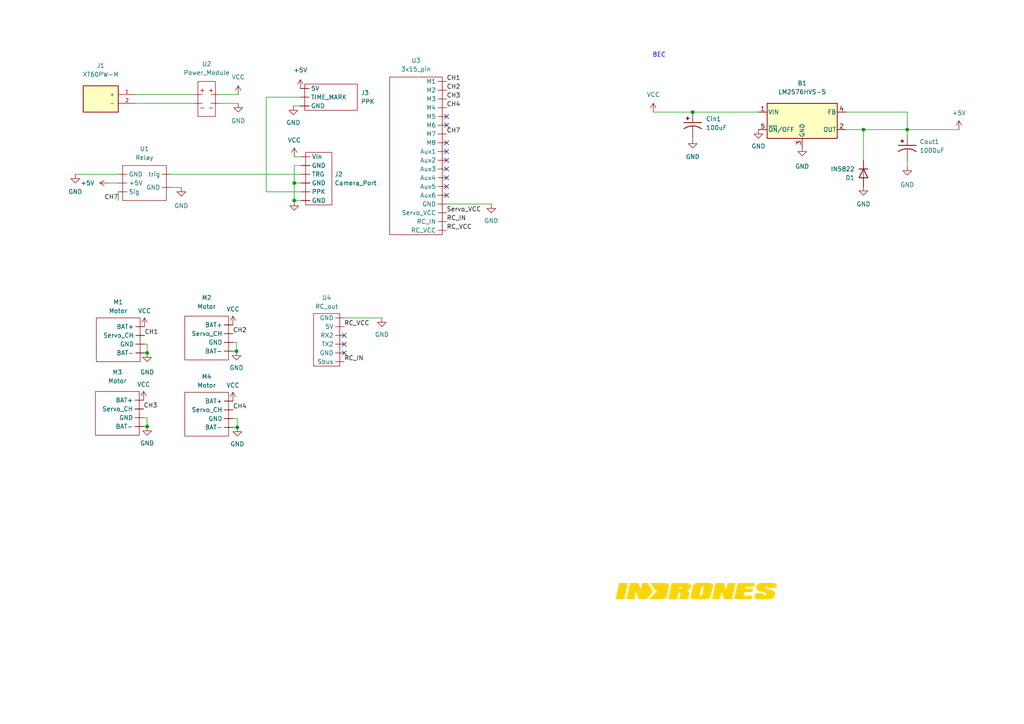
<source format=kicad_sch>
(kicad_sch (version 20211123) (generator eeschema)

  (uuid 0c696784-8cf3-460b-b119-5bb77a998c83)

  (paper "A4")

  (title_block
    (title "Indrones_S25_PCB")
    (date "2022-09-05")
    (rev "V2.0")
    (company "Indrones")
    (comment 1 "Author: Lakshya Jain")
  )

  (lib_symbols
    (symbol "Device:D" (pin_numbers hide) (pin_names (offset 1.016) hide) (in_bom yes) (on_board yes)
      (property "Reference" "D" (id 0) (at 0 2.54 0)
        (effects (font (size 1.27 1.27)))
      )
      (property "Value" "D" (id 1) (at 0 -2.54 0)
        (effects (font (size 1.27 1.27)))
      )
      (property "Footprint" "" (id 2) (at 0 0 0)
        (effects (font (size 1.27 1.27)) hide)
      )
      (property "Datasheet" "~" (id 3) (at 0 0 0)
        (effects (font (size 1.27 1.27)) hide)
      )
      (property "ki_keywords" "diode" (id 4) (at 0 0 0)
        (effects (font (size 1.27 1.27)) hide)
      )
      (property "ki_description" "Diode" (id 5) (at 0 0 0)
        (effects (font (size 1.27 1.27)) hide)
      )
      (property "ki_fp_filters" "TO-???* *_Diode_* *SingleDiode* D_*" (id 6) (at 0 0 0)
        (effects (font (size 1.27 1.27)) hide)
      )
      (symbol "D_0_1"
        (polyline
          (pts
            (xy -1.27 1.27)
            (xy -1.27 -1.27)
          )
          (stroke (width 0.254) (type default) (color 0 0 0 0))
          (fill (type none))
        )
        (polyline
          (pts
            (xy 1.27 0)
            (xy -1.27 0)
          )
          (stroke (width 0) (type default) (color 0 0 0 0))
          (fill (type none))
        )
        (polyline
          (pts
            (xy 1.27 1.27)
            (xy 1.27 -1.27)
            (xy -1.27 0)
            (xy 1.27 1.27)
          )
          (stroke (width 0.254) (type default) (color 0 0 0 0))
          (fill (type none))
        )
      )
      (symbol "D_1_1"
        (pin passive line (at -3.81 0 0) (length 2.54)
          (name "K" (effects (font (size 1.27 1.27))))
          (number "1" (effects (font (size 1.27 1.27))))
        )
        (pin passive line (at 3.81 0 180) (length 2.54)
          (name "A" (effects (font (size 1.27 1.27))))
          (number "2" (effects (font (size 1.27 1.27))))
        )
      )
    )
    (symbol "EEEFK1C102SV:EEEFK1C102SV" (pin_numbers hide) (pin_names (offset 1.016) hide) (in_bom yes) (on_board yes)
      (property "Reference" "C" (id 0) (at -2.54 3.81 0)
        (effects (font (size 1.27 1.27)) (justify left bottom))
      )
      (property "Value" "EEEFK1C102SV" (id 1) (at -2.54 -5.08 0)
        (effects (font (size 1.27 1.27)) (justify left bottom))
      )
      (property "Footprint" "CAP_EEEFK1C102SV" (id 2) (at 0 0 0)
        (effects (font (size 1.27 1.27)) (justify left bottom) hide)
      )
      (property "Datasheet" "" (id 3) (at 0 0 0)
        (effects (font (size 1.27 1.27)) (justify left bottom) hide)
      )
      (property "MAXIMUM_PACKAGE_HEIGHT" "10.5mm" (id 4) (at 0 0 0)
        (effects (font (size 1.27 1.27)) (justify left bottom) hide)
      )
      (property "STANDARD" "Manufacturer Recommendations" (id 5) (at 0 0 0)
        (effects (font (size 1.27 1.27)) (justify left bottom) hide)
      )
      (property "PARTREV" "10-Oct-19" (id 6) (at 0 0 0)
        (effects (font (size 1.27 1.27)) (justify left bottom) hide)
      )
      (property "MANUFACTURER" "Panasonic" (id 7) (at 0 0 0)
        (effects (font (size 1.27 1.27)) (justify left bottom) hide)
      )
      (property "ki_locked" "" (id 8) (at 0 0 0)
        (effects (font (size 1.27 1.27)))
      )
      (symbol "EEEFK1C102SV_0_0"
        (rectangle (start -1.1684 -1.524) (end -0.2794 -1.397)
          (stroke (width 0) (type default) (color 0 0 0 0))
          (fill (type outline))
        )
        (rectangle (start -0.7874 -1.905) (end -0.6604 -1.016)
          (stroke (width 0) (type default) (color 0 0 0 0))
          (fill (type outline))
        )
        (polyline
          (pts
            (xy 0 0)
            (xy 0.508 0)
          )
          (stroke (width 0.1524) (type default) (color 0 0 0 0))
          (fill (type none))
        )
        (polyline
          (pts
            (xy 0.508 0)
            (xy 0.508 -2.54)
          )
          (stroke (width 0.254) (type default) (color 0 0 0 0))
          (fill (type none))
        )
        (polyline
          (pts
            (xy 0.508 2.54)
            (xy 0.508 0)
          )
          (stroke (width 0.254) (type default) (color 0 0 0 0))
          (fill (type none))
        )
        (polyline
          (pts
            (xy 2.54 0)
            (xy 1.524 0)
          )
          (stroke (width 0.1524) (type default) (color 0 0 0 0))
          (fill (type none))
        )
        (arc (start 2.286 2.54) (mid 1.486 0) (end 2.286 -2.54)
          (stroke (width 0.254) (type default) (color 0 0 0 0))
          (fill (type none))
        )
        (pin passive line (at -2.54 0 0) (length 2.54)
          (name "~" (effects (font (size 1.016 1.016))))
          (number "1" (effects (font (size 1.016 1.016))))
        )
        (pin passive line (at 5.08 0 180) (length 2.54)
          (name "~" (effects (font (size 1.016 1.016))))
          (number "2" (effects (font (size 1.016 1.016))))
        )
      )
    )
    (symbol "EEEFPC101XAL:EEEFPC101XAL" (pin_numbers hide) (pin_names (offset 1.016) hide) (in_bom yes) (on_board yes)
      (property "Reference" "C" (id 0) (at -2.54 3.81 0)
        (effects (font (size 1.27 1.27)) (justify left bottom))
      )
      (property "Value" "EEEFPC101XAL" (id 1) (at -2.54 -5.08 0)
        (effects (font (size 1.27 1.27)) (justify left bottom))
      )
      (property "Footprint" "CAP_EEEFPC101XAL" (id 2) (at 0 0 0)
        (effects (font (size 1.27 1.27)) (justify left bottom) hide)
      )
      (property "Datasheet" "" (id 3) (at 0 0 0)
        (effects (font (size 1.27 1.27)) (justify left bottom) hide)
      )
      (property "STANDARD" "Manufacturer Recommendations" (id 4) (at 0 0 0)
        (effects (font (size 1.27 1.27)) (justify left bottom) hide)
      )
      (property "MAXIMUM_PACKAGE_HEIGHT" "7.7mm" (id 5) (at 0 0 0)
        (effects (font (size 1.27 1.27)) (justify left bottom) hide)
      )
      (property "MANUFACTURER" "Panasonic" (id 6) (at 0 0 0)
        (effects (font (size 1.27 1.27)) (justify left bottom) hide)
      )
      (property "PARTREV" "10-Oct-19" (id 7) (at 0 0 0)
        (effects (font (size 1.27 1.27)) (justify left bottom) hide)
      )
      (property "ki_locked" "" (id 8) (at 0 0 0)
        (effects (font (size 1.27 1.27)))
      )
      (symbol "EEEFPC101XAL_0_0"
        (rectangle (start -1.1684 -1.524) (end -0.2794 -1.397)
          (stroke (width 0) (type default) (color 0 0 0 0))
          (fill (type outline))
        )
        (rectangle (start -0.7874 -1.905) (end -0.6604 -1.016)
          (stroke (width 0) (type default) (color 0 0 0 0))
          (fill (type outline))
        )
        (polyline
          (pts
            (xy 0 0)
            (xy 0.508 0)
          )
          (stroke (width 0.1524) (type default) (color 0 0 0 0))
          (fill (type none))
        )
        (polyline
          (pts
            (xy 0.508 0)
            (xy 0.508 -2.54)
          )
          (stroke (width 0.254) (type default) (color 0 0 0 0))
          (fill (type none))
        )
        (polyline
          (pts
            (xy 0.508 2.54)
            (xy 0.508 0)
          )
          (stroke (width 0.254) (type default) (color 0 0 0 0))
          (fill (type none))
        )
        (polyline
          (pts
            (xy 2.54 0)
            (xy 1.524 0)
          )
          (stroke (width 0.1524) (type default) (color 0 0 0 0))
          (fill (type none))
        )
        (arc (start 2.286 2.54) (mid 1.486 0) (end 2.286 -2.54)
          (stroke (width 0.254) (type default) (color 0 0 0 0))
          (fill (type none))
        )
        (pin passive line (at -2.54 0 0) (length 2.54)
          (name "~" (effects (font (size 1.016 1.016))))
          (number "1" (effects (font (size 1.016 1.016))))
        )
        (pin passive line (at 5.08 0 180) (length 2.54)
          (name "~" (effects (font (size 1.016 1.016))))
          (number "2" (effects (font (size 1.016 1.016))))
        )
      )
    )
    (symbol "Regulator_Switching:LM2576HVS-5" (pin_names (offset 0.254)) (in_bom yes) (on_board yes)
      (property "Reference" "U" (id 0) (at -10.16 6.35 0)
        (effects (font (size 1.27 1.27)) (justify left))
      )
      (property "Value" "LM2576HVS-5" (id 1) (at 0 6.35 0)
        (effects (font (size 1.27 1.27)) (justify left))
      )
      (property "Footprint" "Package_TO_SOT_SMD:TO-263-5_TabPin3" (id 2) (at 0 -6.35 0)
        (effects (font (size 1.27 1.27) italic) (justify left) hide)
      )
      (property "Datasheet" "http://www.ti.com/lit/ds/symlink/lm2576.pdf" (id 3) (at 0 0 0)
        (effects (font (size 1.27 1.27)) hide)
      )
      (property "ki_keywords" "Step-Down Voltage Regulator 5V 3A High Voltage" (id 4) (at 0 0 0)
        (effects (font (size 1.27 1.27)) hide)
      )
      (property "ki_description" "5V 3A, SIMPLE SWITCHER® Step-Down Voltage Regulator, High Voltage Input, TO-263" (id 5) (at 0 0 0)
        (effects (font (size 1.27 1.27)) hide)
      )
      (property "ki_fp_filters" "TO?263*" (id 6) (at 0 0 0)
        (effects (font (size 1.27 1.27)) hide)
      )
      (symbol "LM2576HVS-5_0_1"
        (rectangle (start -10.16 5.08) (end 10.16 -5.08)
          (stroke (width 0.254) (type default) (color 0 0 0 0))
          (fill (type background))
        )
      )
      (symbol "LM2576HVS-5_1_1"
        (pin power_in line (at -12.7 2.54 0) (length 2.54)
          (name "VIN" (effects (font (size 1.27 1.27))))
          (number "1" (effects (font (size 1.27 1.27))))
        )
        (pin output line (at 12.7 -2.54 180) (length 2.54)
          (name "OUT" (effects (font (size 1.27 1.27))))
          (number "2" (effects (font (size 1.27 1.27))))
        )
        (pin power_in line (at 0 -7.62 90) (length 2.54)
          (name "GND" (effects (font (size 1.27 1.27))))
          (number "3" (effects (font (size 1.27 1.27))))
        )
        (pin input line (at 12.7 2.54 180) (length 2.54)
          (name "FB" (effects (font (size 1.27 1.27))))
          (number "4" (effects (font (size 1.27 1.27))))
        )
        (pin input line (at -12.7 -2.54 0) (length 2.54)
          (name "~{ON}/OFF" (effects (font (size 1.27 1.27))))
          (number "5" (effects (font (size 1.27 1.27))))
        )
      )
    )
    (symbol "S25_Lib:3x15_pin" (in_bom yes) (on_board yes)
      (property "Reference" "U" (id 0) (at 0 21.59 0)
        (effects (font (size 1.27 1.27)))
      )
      (property "Value" "3x15_pin" (id 1) (at 0 -27.94 0)
        (effects (font (size 1.27 1.27)))
      )
      (property "Footprint" "" (id 2) (at 0 0 0)
        (effects (font (size 1.27 1.27)) hide)
      )
      (property "Datasheet" "" (id 3) (at 0 0 0)
        (effects (font (size 1.27 1.27)) hide)
      )
      (symbol "3x15_pin_0_1"
        (rectangle (start -12.7 20.32) (end 2.54 -25.4)
          (stroke (width 0) (type default) (color 0 0 0 0))
          (fill (type none))
        )
      )
      (symbol "3x15_pin_1_1"
        (pin output line (at 3.81 -1.27 180) (length 2.54)
          (name "Aux1" (effects (font (size 1.27 1.27))))
          (number "" (effects (font (size 1.27 1.27))))
        )
        (pin output line (at 3.81 -3.81 180) (length 2.54)
          (name "Aux2" (effects (font (size 1.27 1.27))))
          (number "" (effects (font (size 1.27 1.27))))
        )
        (pin output line (at 3.81 -6.35 180) (length 2.54)
          (name "Aux3" (effects (font (size 1.27 1.27))))
          (number "" (effects (font (size 1.27 1.27))))
        )
        (pin output line (at 3.81 -8.89 180) (length 2.54)
          (name "Aux4" (effects (font (size 1.27 1.27))))
          (number "" (effects (font (size 1.27 1.27))))
        )
        (pin output line (at 3.81 -11.43 180) (length 2.54)
          (name "Aux5" (effects (font (size 1.27 1.27))))
          (number "" (effects (font (size 1.27 1.27))))
        )
        (pin output line (at 3.81 -13.97 180) (length 2.54)
          (name "Aux6" (effects (font (size 1.27 1.27))))
          (number "" (effects (font (size 1.27 1.27))))
        )
        (pin output line (at 3.81 -16.51 180) (length 2.54)
          (name "GND" (effects (font (size 1.27 1.27))))
          (number "" (effects (font (size 1.27 1.27))))
        )
        (pin output line (at 3.81 19.05 180) (length 2.54)
          (name "M1" (effects (font (size 1.27 1.27))))
          (number "" (effects (font (size 1.27 1.27))))
        )
        (pin output line (at 3.81 16.51 180) (length 2.54)
          (name "M2" (effects (font (size 1.27 1.27))))
          (number "" (effects (font (size 1.27 1.27))))
        )
        (pin output line (at 3.81 13.97 180) (length 2.54)
          (name "M3" (effects (font (size 1.27 1.27))))
          (number "" (effects (font (size 1.27 1.27))))
        )
        (pin output line (at 3.81 11.43 180) (length 2.54)
          (name "M4" (effects (font (size 1.27 1.27))))
          (number "" (effects (font (size 1.27 1.27))))
        )
        (pin output line (at 3.81 8.89 180) (length 2.54)
          (name "M5" (effects (font (size 1.27 1.27))))
          (number "" (effects (font (size 1.27 1.27))))
        )
        (pin output line (at 3.81 6.35 180) (length 2.54)
          (name "M6" (effects (font (size 1.27 1.27))))
          (number "" (effects (font (size 1.27 1.27))))
        )
        (pin output line (at 3.81 3.81 180) (length 2.54)
          (name "M7" (effects (font (size 1.27 1.27))))
          (number "" (effects (font (size 1.27 1.27))))
        )
        (pin output line (at 3.81 1.27 180) (length 2.54)
          (name "M8" (effects (font (size 1.27 1.27))))
          (number "" (effects (font (size 1.27 1.27))))
        )
        (pin output line (at 3.81 -21.59 180) (length 2.54)
          (name "RC_IN" (effects (font (size 1.27 1.27))))
          (number "" (effects (font (size 1.27 1.27))))
        )
        (pin output line (at 3.81 -24.13 180) (length 2.54)
          (name "RC_VCC" (effects (font (size 1.27 1.27))))
          (number "" (effects (font (size 1.27 1.27))))
        )
        (pin output line (at 3.81 -19.05 180) (length 2.54)
          (name "Servo_VCC" (effects (font (size 1.27 1.27))))
          (number "" (effects (font (size 1.27 1.27))))
        )
      )
    )
    (symbol "S25_Lib:Camera_Port" (in_bom yes) (on_board yes)
      (property "Reference" "J2" (id 0) (at 0 7.62 0)
        (effects (font (size 1.27 1.27)))
      )
      (property "Value" "Camera_Port" (id 1) (at 13.97 0 0)
        (effects (font (size 1.27 1.27)))
      )
      (property "Footprint" "" (id 2) (at 0 0 0)
        (effects (font (size 1.27 1.27)) hide)
      )
      (property "Datasheet" "" (id 3) (at 0 0 0)
        (effects (font (size 1.27 1.27)) hide)
      )
      (symbol "Camera_Port_0_1"
        (rectangle (start 7.62 -8.89) (end 0 6.35)
          (stroke (width 0) (type default) (color 0 0 0 0))
          (fill (type none))
        )
      )
      (symbol "Camera_Port_1_1"
        (pin input line (at -1.27 -7.62 0) (length 2.54)
          (name "GND" (effects (font (size 1.27 1.27))))
          (number "" (effects (font (size 1.27 1.27))))
        )
        (pin input line (at -1.27 -2.54 0) (length 2.54)
          (name "GND" (effects (font (size 1.27 1.27))))
          (number "" (effects (font (size 1.27 1.27))))
        )
        (pin input line (at -1.27 2.54 0) (length 2.54)
          (name "GND" (effects (font (size 1.27 1.27))))
          (number "" (effects (font (size 1.27 1.27))))
        )
        (pin input line (at -1.27 -5.08 0) (length 2.54)
          (name "PPK" (effects (font (size 1.27 1.27))))
          (number "" (effects (font (size 1.27 1.27))))
        )
        (pin input line (at -1.27 0 0) (length 2.54)
          (name "TRG" (effects (font (size 1.27 1.27))))
          (number "" (effects (font (size 1.27 1.27))))
        )
        (pin input line (at -1.27 5.08 0) (length 2.54)
          (name "Vin" (effects (font (size 1.27 1.27))))
          (number "" (effects (font (size 1.27 1.27))))
        )
      )
    )
    (symbol "S25_Lib:Motor" (in_bom yes) (on_board yes)
      (property "Reference" "M" (id 0) (at -6.35 7.62 0)
        (effects (font (size 1.27 1.27)))
      )
      (property "Value" "Motor" (id 1) (at -5.08 -7.62 0)
        (effects (font (size 1.27 1.27)))
      )
      (property "Footprint" "" (id 2) (at 6.35 0 0)
        (effects (font (size 1.27 1.27)) hide)
      )
      (property "Datasheet" "" (id 3) (at 6.35 0 0)
        (effects (font (size 1.27 1.27)) hide)
      )
      (symbol "Motor_0_1"
        (rectangle (start -7.62 6.35) (end 5.08 -6.35)
          (stroke (width 0) (type default) (color 0 0 0 0))
          (fill (type none))
        )
      )
      (symbol "Motor_1_1"
        (pin output line (at 6.35 3.81 180) (length 2.54)
          (name "BAT+" (effects (font (size 1.27 1.27))))
          (number "" (effects (font (size 1.27 1.27))))
        )
        (pin output line (at 6.35 -3.81 180) (length 2.54)
          (name "BAT-" (effects (font (size 1.27 1.27))))
          (number "" (effects (font (size 1.27 1.27))))
        )
        (pin output line (at 6.35 -1.27 180) (length 2.54)
          (name "GND" (effects (font (size 1.27 1.27))))
          (number "" (effects (font (size 1.27 1.27))))
        )
        (pin output line (at 6.35 1.27 180) (length 2.54)
          (name "Servo_CH" (effects (font (size 1.27 1.27))))
          (number "" (effects (font (size 1.27 1.27))))
        )
      )
    )
    (symbol "S25_Lib:PPK" (in_bom yes) (on_board yes)
      (property "Reference" "J1" (id 0) (at 11.43 0 0)
        (effects (font (size 1.27 1.27)))
      )
      (property "Value" "PPK" (id 1) (at 0 5.08 0)
        (effects (font (size 1.27 1.27)))
      )
      (property "Footprint" "" (id 2) (at 5.08 1.27 0)
        (effects (font (size 1.27 1.27)) hide)
      )
      (property "Datasheet" "" (id 3) (at 5.08 1.27 0)
        (effects (font (size 1.27 1.27)) hide)
      )
      (symbol "PPK_0_1"
        (rectangle (start -5.08 3.81) (end 10.16 -3.81)
          (stroke (width 0) (type default) (color 0 0 0 0))
          (fill (type none))
        )
      )
      (symbol "PPK_1_1"
        (pin input line (at -6.35 2.54 0) (length 2.54)
          (name "5V" (effects (font (size 1.27 1.27))))
          (number "" (effects (font (size 1.27 1.27))))
        )
        (pin input line (at -6.35 -2.54 0) (length 2.54)
          (name "GND" (effects (font (size 1.27 1.27))))
          (number "" (effects (font (size 1.27 1.27))))
        )
        (pin input line (at -6.35 0 0) (length 2.54)
          (name "TIME_MARK" (effects (font (size 1.27 1.27))))
          (number "" (effects (font (size 1.27 1.27))))
        )
      )
    )
    (symbol "S25_Lib:Power_Module" (in_bom yes) (on_board yes)
      (property "Reference" "U" (id 0) (at 0 7.62 0)
        (effects (font (size 1.27 1.27)))
      )
      (property "Value" "Power_Module" (id 1) (at 0 -6.35 0)
        (effects (font (size 1.27 1.27)))
      )
      (property "Footprint" "" (id 2) (at 1.27 0 0)
        (effects (font (size 1.27 1.27)) hide)
      )
      (property "Datasheet" "" (id 3) (at 1.27 0 0)
        (effects (font (size 1.27 1.27)) hide)
      )
      (symbol "Power_Module_0_0"
        (text "+" (at -1.27 2.54 0)
          (effects (font (size 1.27 1.27)))
        )
        (text "+" (at 1.27 2.54 0)
          (effects (font (size 1.27 1.27)))
        )
        (text "-" (at -1.27 -2.54 0)
          (effects (font (size 1.27 1.27)))
        )
        (text "-" (at 1.27 -2.54 0)
          (effects (font (size 1.27 1.27)))
        )
      )
      (symbol "Power_Module_0_1"
        (rectangle (start -2.54 5.08) (end 2.54 -5.08)
          (stroke (width 0) (type default) (color 0 0 0 0))
          (fill (type none))
        )
      )
      (symbol "Power_Module_1_1"
        (pin input line (at -3.81 -1.27 0) (length 2.54)
          (name "" (effects (font (size 1.27 1.27))))
          (number "" (effects (font (size 1.27 1.27))))
        )
        (pin input line (at -3.81 1.27 0) (length 2.54)
          (name "" (effects (font (size 1.27 1.27))))
          (number "" (effects (font (size 1.27 1.27))))
        )
        (pin output line (at 3.81 -1.27 180) (length 2.54)
          (name "" (effects (font (size 1.27 1.27))))
          (number "" (effects (font (size 1.27 1.27))))
        )
        (pin output line (at 3.81 1.27 180) (length 2.54)
          (name "" (effects (font (size 1.27 1.27))))
          (number "" (effects (font (size 1.27 1.27))))
        )
      )
    )
    (symbol "S25_Lib:RC_out" (in_bom yes) (on_board yes)
      (property "Reference" "U" (id 0) (at 0 5.08 0)
        (effects (font (size 1.27 1.27)))
      )
      (property "Value" "RC_out" (id 1) (at 0 -12.7 0)
        (effects (font (size 1.27 1.27)))
      )
      (property "Footprint" "" (id 2) (at 0 0 0)
        (effects (font (size 1.27 1.27)) hide)
      )
      (property "Datasheet" "" (id 3) (at 0 0 0)
        (effects (font (size 1.27 1.27)) hide)
      )
      (symbol "RC_out_0_1"
        (rectangle (start -3.81 3.81) (end 3.81 -11.43)
          (stroke (width 0) (type default) (color 0 0 0 0))
          (fill (type none))
        )
      )
      (symbol "RC_out_1_1"
        (pin output line (at 5.08 0 180) (length 2.54)
          (name "5V" (effects (font (size 1.27 1.27))))
          (number "" (effects (font (size 1.27 1.27))))
        )
        (pin output line (at 5.08 -7.62 180) (length 2.54)
          (name "GND" (effects (font (size 1.27 1.27))))
          (number "" (effects (font (size 1.27 1.27))))
        )
        (pin output line (at 5.08 2.54 180) (length 2.54)
          (name "GND" (effects (font (size 1.27 1.27))))
          (number "" (effects (font (size 1.27 1.27))))
        )
        (pin output line (at 5.08 -2.54 180) (length 2.54)
          (name "RX2" (effects (font (size 1.27 1.27))))
          (number "" (effects (font (size 1.27 1.27))))
        )
        (pin output line (at 5.08 -10.16 180) (length 2.54)
          (name "Sbus" (effects (font (size 1.27 1.27))))
          (number "" (effects (font (size 1.27 1.27))))
        )
        (pin output line (at 5.08 -5.08 180) (length 2.54)
          (name "TX2" (effects (font (size 1.27 1.27))))
          (number "" (effects (font (size 1.27 1.27))))
        )
      )
    )
    (symbol "S25_Lib:Relay" (in_bom yes) (on_board yes)
      (property "Reference" "U" (id 0) (at 0 6.35 0)
        (effects (font (size 1.27 1.27)))
      )
      (property "Value" "Relay" (id 1) (at 0 -6.35 0)
        (effects (font (size 1.27 1.27)))
      )
      (property "Footprint" "" (id 2) (at 2.54 1.27 0)
        (effects (font (size 1.27 1.27)) hide)
      )
      (property "Datasheet" "" (id 3) (at 2.54 1.27 0)
        (effects (font (size 1.27 1.27)) hide)
      )
      (symbol "Relay_0_1"
        (rectangle (start -6.35 5.08) (end 6.35 -5.08)
          (stroke (width 0) (type default) (color 0 0 0 0))
          (fill (type none))
        )
      )
      (symbol "Relay_1_1"
        (pin input line (at -7.62 0 0) (length 2.54)
          (name "+5V" (effects (font (size 1.27 1.27))))
          (number "" (effects (font (size 1.27 1.27))))
        )
        (pin input line (at -7.62 2.54 0) (length 2.54)
          (name "GND" (effects (font (size 1.27 1.27))))
          (number "" (effects (font (size 1.27 1.27))))
        )
        (pin output line (at 7.62 -1.27 180) (length 2.54)
          (name "GND" (effects (font (size 1.27 1.27))))
          (number "" (effects (font (size 1.27 1.27))))
        )
        (pin input line (at -7.62 -2.54 0) (length 2.54)
          (name "Sig" (effects (font (size 1.27 1.27))))
          (number "" (effects (font (size 1.27 1.27))))
        )
        (pin output line (at 7.62 2.54 180) (length 2.54)
          (name "trig" (effects (font (size 1.27 1.27))))
          (number "" (effects (font (size 1.27 1.27))))
        )
      )
    )
    (symbol "S25_Lib:XT60PW-M" (pin_names (offset 1.016)) (in_bom yes) (on_board yes)
      (property "Reference" "J" (id 0) (at -5.08 5.715 0)
        (effects (font (size 1.27 1.27)) (justify left bottom))
      )
      (property "Value" "XT60PW-M" (id 1) (at -5.08 -5.08 0)
        (effects (font (size 1.27 1.27)) (justify left bottom))
      )
      (property "Footprint" "" (id 2) (at 0 0 0)
        (effects (font (size 1.27 1.27)) (justify left bottom) hide)
      )
      (property "Datasheet" "" (id 3) (at 0 0 0)
        (effects (font (size 1.27 1.27)) (justify left bottom) hide)
      )
      (property "STANDARD" "" (id 4) (at 0 0 0)
        (effects (font (size 1.27 1.27)) (justify left bottom) hide)
      )
      (property "PARTREV" "V1.2" (id 5) (at 0 0 0)
        (effects (font (size 1.27 1.27)) (justify left bottom) hide)
      )
      (property "MAXIMUM_PACKAGE_HEIGHT" "" (id 6) (at 0 0 0)
        (effects (font (size 1.27 1.27)) (justify left bottom) hide)
      )
      (property "MANUFACTURER" "" (id 7) (at 0 0 0)
        (effects (font (size 1.27 1.27)) (justify left bottom) hide)
      )
      (property "ki_locked" "" (id 8) (at 0 0 0)
        (effects (font (size 1.27 1.27)))
      )
      (symbol "XT60PW-M_0_0"
        (rectangle (start -5.08 -2.54) (end 5.08 5.08)
          (stroke (width 0.254) (type default) (color 0 0 0 0))
          (fill (type background))
        )
        (pin passive line (at -10.16 2.54 0) (length 5.08)
          (name "+" (effects (font (size 1.016 1.016))))
          (number "1" (effects (font (size 1.016 1.016))))
        )
        (pin passive line (at -10.16 0 0) (length 5.08)
          (name "-" (effects (font (size 1.016 1.016))))
          (number "2" (effects (font (size 1.016 1.016))))
        )
      )
    )
    (symbol "power:+5V" (power) (pin_names (offset 0)) (in_bom yes) (on_board yes)
      (property "Reference" "#PWR" (id 0) (at 0 -3.81 0)
        (effects (font (size 1.27 1.27)) hide)
      )
      (property "Value" "+5V" (id 1) (at 0 3.556 0)
        (effects (font (size 1.27 1.27)))
      )
      (property "Footprint" "" (id 2) (at 0 0 0)
        (effects (font (size 1.27 1.27)) hide)
      )
      (property "Datasheet" "" (id 3) (at 0 0 0)
        (effects (font (size 1.27 1.27)) hide)
      )
      (property "ki_keywords" "power-flag" (id 4) (at 0 0 0)
        (effects (font (size 1.27 1.27)) hide)
      )
      (property "ki_description" "Power symbol creates a global label with name \"+5V\"" (id 5) (at 0 0 0)
        (effects (font (size 1.27 1.27)) hide)
      )
      (symbol "+5V_0_1"
        (polyline
          (pts
            (xy -0.762 1.27)
            (xy 0 2.54)
          )
          (stroke (width 0) (type default) (color 0 0 0 0))
          (fill (type none))
        )
        (polyline
          (pts
            (xy 0 0)
            (xy 0 2.54)
          )
          (stroke (width 0) (type default) (color 0 0 0 0))
          (fill (type none))
        )
        (polyline
          (pts
            (xy 0 2.54)
            (xy 0.762 1.27)
          )
          (stroke (width 0) (type default) (color 0 0 0 0))
          (fill (type none))
        )
      )
      (symbol "+5V_1_1"
        (pin power_in line (at 0 0 90) (length 0) hide
          (name "+5V" (effects (font (size 1.27 1.27))))
          (number "1" (effects (font (size 1.27 1.27))))
        )
      )
    )
    (symbol "power:GND" (power) (pin_names (offset 0)) (in_bom yes) (on_board yes)
      (property "Reference" "#PWR" (id 0) (at 0 -6.35 0)
        (effects (font (size 1.27 1.27)) hide)
      )
      (property "Value" "GND" (id 1) (at 0 -3.81 0)
        (effects (font (size 1.27 1.27)))
      )
      (property "Footprint" "" (id 2) (at 0 0 0)
        (effects (font (size 1.27 1.27)) hide)
      )
      (property "Datasheet" "" (id 3) (at 0 0 0)
        (effects (font (size 1.27 1.27)) hide)
      )
      (property "ki_keywords" "power-flag" (id 4) (at 0 0 0)
        (effects (font (size 1.27 1.27)) hide)
      )
      (property "ki_description" "Power symbol creates a global label with name \"GND\" , ground" (id 5) (at 0 0 0)
        (effects (font (size 1.27 1.27)) hide)
      )
      (symbol "GND_0_1"
        (polyline
          (pts
            (xy 0 0)
            (xy 0 -1.27)
            (xy 1.27 -1.27)
            (xy 0 -2.54)
            (xy -1.27 -1.27)
            (xy 0 -1.27)
          )
          (stroke (width 0) (type default) (color 0 0 0 0))
          (fill (type none))
        )
      )
      (symbol "GND_1_1"
        (pin power_in line (at 0 0 270) (length 0) hide
          (name "GND" (effects (font (size 1.27 1.27))))
          (number "1" (effects (font (size 1.27 1.27))))
        )
      )
    )
    (symbol "power:VCC" (power) (pin_names (offset 0)) (in_bom yes) (on_board yes)
      (property "Reference" "#PWR" (id 0) (at 0 -3.81 0)
        (effects (font (size 1.27 1.27)) hide)
      )
      (property "Value" "VCC" (id 1) (at 0 3.81 0)
        (effects (font (size 1.27 1.27)))
      )
      (property "Footprint" "" (id 2) (at 0 0 0)
        (effects (font (size 1.27 1.27)) hide)
      )
      (property "Datasheet" "" (id 3) (at 0 0 0)
        (effects (font (size 1.27 1.27)) hide)
      )
      (property "ki_keywords" "power-flag" (id 4) (at 0 0 0)
        (effects (font (size 1.27 1.27)) hide)
      )
      (property "ki_description" "Power symbol creates a global label with name \"VCC\"" (id 5) (at 0 0 0)
        (effects (font (size 1.27 1.27)) hide)
      )
      (symbol "VCC_0_1"
        (polyline
          (pts
            (xy -0.762 1.27)
            (xy 0 2.54)
          )
          (stroke (width 0) (type default) (color 0 0 0 0))
          (fill (type none))
        )
        (polyline
          (pts
            (xy 0 0)
            (xy 0 2.54)
          )
          (stroke (width 0) (type default) (color 0 0 0 0))
          (fill (type none))
        )
        (polyline
          (pts
            (xy 0 2.54)
            (xy 0.762 1.27)
          )
          (stroke (width 0) (type default) (color 0 0 0 0))
          (fill (type none))
        )
      )
      (symbol "VCC_1_1"
        (pin power_in line (at 0 0 90) (length 0) hide
          (name "VCC" (effects (font (size 1.27 1.27))))
          (number "1" (effects (font (size 1.27 1.27))))
        )
      )
    )
  )

  (junction (at 42.672 123.698) (diameter 0) (color 0 0 0 0)
    (uuid 0b149c6c-3a6e-4051-88e0-aeccb1400169)
  )
  (junction (at 85.344 58.166) (diameter 0) (color 0 0 0 0)
    (uuid 1cd32edb-aff1-4aa8-9324-cd0a706c63ff)
  )
  (junction (at 250.444 37.592) (diameter 0) (color 0 0 0 0)
    (uuid 2a5ed307-281c-4173-8e3d-dd6b9ce95479)
  )
  (junction (at 42.672 102.362) (diameter 0) (color 0 0 0 0)
    (uuid 352d8ca3-a4db-482f-aebc-6ef106ecd0e2)
  )
  (junction (at 85.344 53.086) (diameter 0) (color 0 0 0 0)
    (uuid 65b1bccf-61be-4b03-a67f-67229fc7ae2d)
  )
  (junction (at 68.834 123.952) (diameter 0) (color 0 0 0 0)
    (uuid 8c5f65a9-40cf-4251-a4ba-60ce175cfe8b)
  )
  (junction (at 200.914 32.512) (diameter 0) (color 0 0 0 0)
    (uuid ac626bae-b54a-44a1-b714-93854f656be6)
  )
  (junction (at 68.58 101.854) (diameter 0) (color 0 0 0 0)
    (uuid c9cd5af2-be03-4df8-9b28-6ef756cf3d33)
  )
  (junction (at 263.144 37.592) (diameter 0) (color 0 0 0 0)
    (uuid fd093fff-dce6-41ef-9fb3-4a81ad318e0e)
  )

  (no_connect (at 99.822 97.282) (uuid 6997dd1a-3aa4-43ca-a054-4953165edb79))
  (no_connect (at 99.822 99.822) (uuid 6997dd1a-3aa4-43ca-a054-4953165edb79))
  (no_connect (at 99.822 102.362) (uuid 6997dd1a-3aa4-43ca-a054-4953165edb79))
  (no_connect (at 129.54 33.782) (uuid 8534127c-8909-458e-97aa-2983286b7202))
  (no_connect (at 129.54 36.322) (uuid 8534127c-8909-458e-97aa-2983286b7203))
  (no_connect (at 129.54 41.402) (uuid 8534127c-8909-458e-97aa-2983286b7204))
  (no_connect (at 129.54 43.942) (uuid 8534127c-8909-458e-97aa-2983286b7205))
  (no_connect (at 129.54 46.482) (uuid 8534127c-8909-458e-97aa-2983286b7206))
  (no_connect (at 129.54 49.022) (uuid 8534127c-8909-458e-97aa-2983286b7207))
  (no_connect (at 129.54 51.562) (uuid 8534127c-8909-458e-97aa-2983286b7208))
  (no_connect (at 129.54 54.102) (uuid 8534127c-8909-458e-97aa-2983286b7209))
  (no_connect (at 129.54 56.642) (uuid 8534127c-8909-458e-97aa-2983286b720a))

  (wire (pts (xy 52.578 54.356) (xy 49.53 54.356))
    (stroke (width 0) (type default) (color 0 0 0 0))
    (uuid 05abd44d-97e2-4a15-8504-1a2ba13caa82)
  )
  (wire (pts (xy 68.58 101.854) (xy 67.564 101.854))
    (stroke (width 0) (type default) (color 0 0 0 0))
    (uuid 0a8c65e8-9f31-416b-963d-384a107bd711)
  )
  (wire (pts (xy 34.29 58.166) (xy 34.29 55.626))
    (stroke (width 0) (type default) (color 0 0 0 0))
    (uuid 0c6c701f-3c8d-4aaf-a84e-fcb2b395ae94)
  )
  (wire (pts (xy 68.834 121.412) (xy 68.834 123.952))
    (stroke (width 0) (type default) (color 0 0 0 0))
    (uuid 16748c7a-85c6-4058-95c2-5402a5b4e7b6)
  )
  (wire (pts (xy 69.088 29.972) (xy 63.754 29.972))
    (stroke (width 0) (type default) (color 0 0 0 0))
    (uuid 1d436c2a-c7ba-4530-894c-9640327b221c)
  )
  (wire (pts (xy 85.344 53.086) (xy 87.376 53.086))
    (stroke (width 0) (type default) (color 0 0 0 0))
    (uuid 1f644c66-1095-4445-af0c-a87be3bdd055)
  )
  (wire (pts (xy 31.496 53.086) (xy 34.29 53.086))
    (stroke (width 0) (type default) (color 0 0 0 0))
    (uuid 25875dce-6b54-486d-9e47-d3eea43dbb8a)
  )
  (wire (pts (xy 68.834 123.952) (xy 67.564 123.952))
    (stroke (width 0) (type default) (color 0 0 0 0))
    (uuid 319951ae-0bff-42c9-b5fc-e4574edcaaea)
  )
  (wire (pts (xy 77.216 55.626) (xy 77.216 28.194))
    (stroke (width 0) (type default) (color 0 0 0 0))
    (uuid 3b919f34-dfae-4381-8a9d-6c9885d55a75)
  )
  (wire (pts (xy 68.58 99.314) (xy 68.58 101.854))
    (stroke (width 0) (type default) (color 0 0 0 0))
    (uuid 3eb3d0bc-67e7-40ea-bd75-56e6f3da54c5)
  )
  (wire (pts (xy 245.364 37.592) (xy 250.444 37.592))
    (stroke (width 0) (type default) (color 0 0 0 0))
    (uuid 439b5b10-e23b-4d5f-9a8b-b5010b80064a)
  )
  (wire (pts (xy 67.564 121.412) (xy 68.834 121.412))
    (stroke (width 0) (type default) (color 0 0 0 0))
    (uuid 4d613e0c-14b2-408b-86fb-05d13ceed64f)
  )
  (wire (pts (xy 110.744 92.202) (xy 99.822 92.202))
    (stroke (width 0) (type default) (color 0 0 0 0))
    (uuid 4f4fecd9-50a2-47f4-996f-f54a5776d878)
  )
  (wire (pts (xy 41.91 99.822) (xy 42.672 99.822))
    (stroke (width 0) (type default) (color 0 0 0 0))
    (uuid 569fddcc-047d-4412-9a93-e20b0cf6b576)
  )
  (wire (pts (xy 42.672 121.158) (xy 42.672 123.698))
    (stroke (width 0) (type default) (color 0 0 0 0))
    (uuid 5d187499-6591-496b-93c2-3cad3a4f75bf)
  )
  (wire (pts (xy 87.376 55.626) (xy 77.216 55.626))
    (stroke (width 0) (type default) (color 0 0 0 0))
    (uuid 714b9dc2-f584-4eae-9dbb-e9f6f7b67095)
  )
  (wire (pts (xy 85.09 30.734) (xy 87.122 30.734))
    (stroke (width 0) (type default) (color 0 0 0 0))
    (uuid 771c835f-6947-41f8-8eff-103d3a13f802)
  )
  (wire (pts (xy 42.672 99.822) (xy 42.672 102.362))
    (stroke (width 0) (type default) (color 0 0 0 0))
    (uuid 783540dc-918d-4b16-8247-f86d475dd282)
  )
  (wire (pts (xy 42.672 123.698) (xy 41.656 123.698))
    (stroke (width 0) (type default) (color 0 0 0 0))
    (uuid 7f33348f-c581-4d64-80e4-056ddf56413f)
  )
  (wire (pts (xy 85.344 53.086) (xy 85.344 48.006))
    (stroke (width 0) (type default) (color 0 0 0 0))
    (uuid 814c6be3-0135-4966-9d5c-489a28493777)
  )
  (wire (pts (xy 189.484 32.512) (xy 200.914 32.512))
    (stroke (width 0) (type default) (color 0 0 0 0))
    (uuid 8d70021a-886b-4344-887c-df21d0aa5b08)
  )
  (wire (pts (xy 41.656 121.158) (xy 42.672 121.158))
    (stroke (width 0) (type default) (color 0 0 0 0))
    (uuid 8e74983a-e08a-4c8c-9db2-7d916cd2cfa1)
  )
  (wire (pts (xy 85.344 53.086) (xy 85.344 58.166))
    (stroke (width 0) (type default) (color 0 0 0 0))
    (uuid 8fe95e6d-92dc-426b-8ce6-2905a684f7db)
  )
  (wire (pts (xy 87.376 58.166) (xy 85.344 58.166))
    (stroke (width 0) (type default) (color 0 0 0 0))
    (uuid 9048e2c1-2b4c-462d-ad66-2b702444c747)
  )
  (wire (pts (xy 263.144 32.512) (xy 263.144 37.592))
    (stroke (width 0) (type default) (color 0 0 0 0))
    (uuid 977c7251-4bd4-4530-be94-4b825a12bbd8)
  )
  (wire (pts (xy 49.53 50.546) (xy 87.376 50.546))
    (stroke (width 0) (type default) (color 0 0 0 0))
    (uuid 988feee2-8ace-43a9-a824-82e5ca5f70a0)
  )
  (wire (pts (xy 77.216 28.194) (xy 87.122 28.194))
    (stroke (width 0) (type default) (color 0 0 0 0))
    (uuid 9c85be0f-922e-49ac-b262-d50eebe06c83)
  )
  (wire (pts (xy 39.37 29.972) (xy 56.134 29.972))
    (stroke (width 0) (type default) (color 0 0 0 0))
    (uuid 9cccecaa-3348-47b9-92f5-434c894a8059)
  )
  (wire (pts (xy 142.494 59.182) (xy 129.54 59.182))
    (stroke (width 0) (type default) (color 0 0 0 0))
    (uuid a0669cc5-7cd9-4443-97d2-cf6d9bba59ee)
  )
  (wire (pts (xy 200.914 40.132) (xy 200.914 40.386))
    (stroke (width 0) (type default) (color 0 0 0 0))
    (uuid a1c34580-f6fe-4a1a-8edf-8545ebfb46a7)
  )
  (wire (pts (xy 85.344 45.466) (xy 87.376 45.466))
    (stroke (width 0) (type default) (color 0 0 0 0))
    (uuid a263bf5c-79a6-4b8d-bb08-c89fb4abe1f2)
  )
  (wire (pts (xy 250.444 37.592) (xy 250.444 46.482))
    (stroke (width 0) (type default) (color 0 0 0 0))
    (uuid b822ba1f-1d22-42e2-a10b-4a8c49051718)
  )
  (wire (pts (xy 250.444 37.592) (xy 263.144 37.592))
    (stroke (width 0) (type default) (color 0 0 0 0))
    (uuid b9621af7-25f6-404a-9186-3aed92ee4baf)
  )
  (wire (pts (xy 39.37 27.432) (xy 56.134 27.432))
    (stroke (width 0) (type default) (color 0 0 0 0))
    (uuid cf239cc1-049c-4889-ae59-8930dde632f5)
  )
  (wire (pts (xy 263.144 37.592) (xy 278.13 37.592))
    (stroke (width 0) (type default) (color 0 0 0 0))
    (uuid d213c768-17cd-4da3-a3ef-1f43ba11a808)
  )
  (wire (pts (xy 200.914 32.512) (xy 219.964 32.512))
    (stroke (width 0) (type default) (color 0 0 0 0))
    (uuid d3c5aa40-1a79-4e45-9c95-9a9b994c5ad8)
  )
  (wire (pts (xy 69.088 27.432) (xy 63.754 27.432))
    (stroke (width 0) (type default) (color 0 0 0 0))
    (uuid e1d0516e-1d97-4a87-bd21-f32679574364)
  )
  (wire (pts (xy 245.364 32.512) (xy 263.144 32.512))
    (stroke (width 0) (type default) (color 0 0 0 0))
    (uuid e52766b2-6a45-4596-99e8-780b5eb56236)
  )
  (wire (pts (xy 85.344 48.006) (xy 87.376 48.006))
    (stroke (width 0) (type default) (color 0 0 0 0))
    (uuid e998c8a4-4c14-458c-9f2a-ebfe39f6a03c)
  )
  (wire (pts (xy 42.672 102.362) (xy 41.91 102.362))
    (stroke (width 0) (type default) (color 0 0 0 0))
    (uuid e9d93c61-1878-4670-b8c7-ce704d40d79d)
  )
  (wire (pts (xy 67.564 99.314) (xy 68.58 99.314))
    (stroke (width 0) (type default) (color 0 0 0 0))
    (uuid ea8dee2d-2377-4121-b740-d5fb79d57fb8)
  )
  (wire (pts (xy 263.144 46.736) (xy 263.144 48.26))
    (stroke (width 0) (type default) (color 0 0 0 0))
    (uuid ede79e03-8c88-4a43-8eb7-ac8cd0d8bb94)
  )
  (wire (pts (xy 263.144 37.592) (xy 263.144 39.116))
    (stroke (width 0) (type default) (color 0 0 0 0))
    (uuid f7cb62b6-07d1-4199-ae1d-af9bb0015617)
  )
  (wire (pts (xy 21.844 50.546) (xy 34.29 50.546))
    (stroke (width 0) (type default) (color 0 0 0 0))
    (uuid fb9725f4-509b-43c1-999e-6aabb58ab5b4)
  )
  (wire (pts (xy 85.344 58.166) (xy 85.344 58.42))
    (stroke (width 0) (type default) (color 0 0 0 0))
    (uuid fc0c48ae-25f7-4bd1-ba7d-c73d33e1db69)
  )

  (image (at 201.93 171.45) (scale 0.349425)
    (uuid 54f406e7-9fcd-44e5-be06-8e5493c0432c)
    (data
      iVBORw0KGgoAAAANSUhEUgAAB7YAAAIACAYAAAAGx4PGAAAABHNCSVQICAgIfAhkiAAAAAlwSFlz
      AAAuGAAALhgBKqonIAAAIABJREFUeJzs3VtuHFeWLuB1DhLIR6pHIPV7AvIZgaNHINUIzBqBVSMw
      PQKrRmB6BEWPoEIjKAvI9yJH0OZjAgnUecigdbEuZHKtiB2R3wcYdbNX7u5QROzY/778n//85z8B
      AAAAAAAAAK36v1M3AAAAAAAAAAC+RLANAAAAAAAAQNME2wAAAAAAAAA0TbANAAAAAAAAQNME2wAA
      AAAAAAA0TbANAAAAAAAAQNME2wAAAAAAAAA0TbANAAAAAAAAQNME2wAAAAAAAAA0TbANAAAAAAAA
      QNME2wAAAAAAAAA0TbANAAAAAAAAQNME2wAAAAAAAAA0TbANAAAAAAAAQNME2wAAAAAAAAA0TbAN
      AAAAAAAAQNME2wAAAAAAAAA0TbANAAAAAAAAQNME2wAAAAAAAAA0TbANAAAAAAAAQNME2wAAAAAA
      AAA0TbANAAAAAAAAQNME2wAAAAAAAAA0TbANAAAAAAAAQNME2wAAAAAAAAA0TbANAAAAAAAAQNME
      2wAAAAAAAAA0TbANAAAAAAAAQNME2wAAAAAAAAA0TbANAAAAAAAAQNME2wAAAAAAAAA0TbANAAAA
      AAAAQNME2wAAAAAAAAA0TbANAAAAAAAAQNME2wAAAAAAAAA0TbANAAAAAAAAQNME2wAAAAAAAAA0
      TbANAAAAAAAAQNME2wAAAAAAAAA0TbANAAAAAAAAQNME2wAAAAAAAAA0TbANAAAAAAAAQNME2wAA
      AAAAAAA0TbANAAAAAAAAQNME2wAAAAAAAAA0TbANAAAAAAAAQNME2wAAAAAAAAA0TbANAAAAAAAA
      QNME2wAAAAAAAAA0TbANAAAAAAAAQNME2wAAAAAAAAA0TbANAAAAAAAAQNME2wAAAAAAAAA0TbAN
      AAAAAAAAQNME2wAAAAAAAAA0TbANAAAAAAAAQNME2wAAAAAAAAA0TbANAAAAAAAAQNME2wAAAAAA
      AAA0TbANAAAAAAAAQNME2wAAAAAAAAA0TbANAAAAAAAAQNME2wAAAAAAAAA0TbANAAAAAAAAQNME
      2wAAAAAAAAA0TbANAAAAAAAAQNME2wAAAAAAAAA0TbANAAAAAAAAQNME2wAAAAAAAAA0TbANAAAA
      AAAAQNME2wAAAAAAAAA0TbANAAAAAAAAQNME2wAAAAAAAAA0TbANAAAAAAAAQNME2wAAAAAAAAA0
      TbANAAAAAAAAQNME2wAAAAAAAAA0TbANAAAAAAAAQNME2wAAAAAAAAA0TbANAAAAAAAAQNME2wAA
      AAAAAAA0TbANAAAAAAAAQNME2wAAAAAAAAA0TbANAAAAAAAAQNME2wAAAAAAAAA0TbANAAAAAAAA
      QNME2wAAAAAAAAA0TbANAAAAAAAAQNME2wAAAAAAAAA0TbANAAAAAAAAQNME2wAAAAAAAAA0TbAN
      AAAAAAAAQNME2wAAAAAAAAA0TbANAAAAAAAAQNME2wAAAAAAAAA0TbANAAAAAAAAQNME2wAAAAAA
      AAA0TbANAAAAAAAAQNME2wAAAAAAAAA0TbANAAAAAAAAQNME2wAAAAAAAAA0TbANAAAAAAAAQNME
      2wAAAAAAAAA0TbANAAAAAAAAQNME2wAAAAAAAAA0TbANAAAAAAAAQNME2wAAAAAAAAA0TbANAAAA
      AAAAQNME2wAAAAAAAAA0TbANAAAAAAAAQNME2wAAAAAAAAA0TbANAAAAAAAAQNME2wAAAAAAAAA0
      TbANAAAAAAAAQNME2wAAAAAAAAA0TbANAAAAAAAAQNME2wAAAAAAAAA0TbANAAAAAAAAQNME2wAA
      AAAAAAA0TbANAAAAAAAAQNME2wAAAAAAAAA0TbANAAAAAAAAQNME2wAAAAAAAAA0TbANAAAAAAAA
      QNME2wAAAAAAAAA0TbANAAAAAAAAQNME2wAAAAAAAAA0TbANAAAAAAAAQNME2wAAAAAAAAA0TbAN
      AAAAAAAAQNME2wAAAAAAAAA0TbANAAAAAAAAQNME2wAAAAAAAAA0TbANAAAAAAAAQNME2wAAAAAA
      AAA0TbANAAAAAAAAQNME2wAAAAAAAAA0TbANAAAAAAAAQNME2wAAAAAAAAA0TbANAAAAAAAAQNME
      2wAAAAAAAAA0TbANAAAAAAAAQNME2wAAAAAAAAA0TbANAAAAAAAAQNME2wAAAAAAAAA0TbANAAAA
      AAAAQNME2wAAAAAAAAA0TbANAAAAAAAAQNME2wAAAAAAAAA0TbANAAAAAAAAQNME2wAAAAAAAAA0
      TbANAAAAAAAAQNME2wAAAAAAAAA0TbANAAAAAAAAQNME2wAAAAAAAAA0TbANAAAAAAAAQNME2wAA
      AAAAAAA0TbANAAAAAAAAQNME2wAAAAAAAAA0TbANAAAAAAAAQNME2wAAAAAAAAA0TbANAAAAAAAA
      QNME2wAAAAAAAAA0TbANAAAAAAAAQNME2wAAAAAAAAA0TbANAAAAAAAAQNME2wAAAAAAAAA0TbAN
      AAAAAAAAQNME2wAAAAAAAAA0TbANAAAAAAAAQNME2wAAAAAAAAA0TbANAAAAAAAAQNME2wAAAAAA
      AAA0TbANAAAAAAAAQNME2wAAAAAAAAA0bTV1AwAAAOAU7bfrbvi330TEk+HfPxv+et+ziHg6Rpt4
      sDef+O+uh78iIn6PiN+Gf//barP7fYQ2AQDF9tv1s3jXZ+ve+5/e79e9/9+dlTeKh7iJd/21O9fv
      /Xd//PvVZteP0iLgXv7Pf/7zn6nbAHxkGOD659TtWKj/yeyM7LdrD9F8f1ttdq+nbMDwcfLvKdtQ
      7O1qs/umqvh+u/4tIp5X1eckfBwSvB8KnERAcALPIcZzG+/umTvXYcBmNEPf/tnwVzf8199O0xoa
      cTeQ+tt7/zrrd9p+u76IiB+mbsfC3K42u4+DkdHtt+vXEfH91O2YKeMPnKTVZvd/pm5DlvfC6y7e
      9eeehQmHp+pNvBuT+C0irleb3cffWkAxK7ahTWWBE38a2D3aeytsyPUyIiYNtmP59+Dz/XZ9sdrs
      Lorqv4zDvWY2Msf6VODz4lN/4367joh4G4ePy374198WENAt/TnEeM7iz/fUJ0PV4X6KOAzYXMeH
      gdt1SesWZr9dfxOH+7cb/tVELz7l6fDXB/fifru+icM910dEP7OB0m7qBizQ2X67frna7K4mbkc3
      8e/PmfEHTtHbqRtwrCHEfr8fZyIiH7v7M/HH+MTwDfUmDv233+LQh5vtZEWYA8E2tMlgdo23yR2L
      LrEW73y7366fTNwJPIV78If9dt1XhH+rze56v12/ioifs2vDZ9wFR38MPLwXeL8fEFyP3bBH6KZu
      ACft2/hz4Ha38ruPw/3Uj9+s9uy36ydxmNDVDf9qUhePcRd4v4j44767ioirBsLNrzH4X6OLw5+B
      KZmgc5yb5G/aU/hGZRn6qRtwXx/147qwCpvjffD9tN+u38S7Ptz1VI2CpRJsQ5t8sNTIXvHgOtV5
      GRGXE/5+N+Fvj+lyv11/UzGJYLXZXe6365fxmVW2MJLnw1/fRfyxEu4qIi5nsArOO4bW3K38/jYO
      k6Nu4zBweTdgczKrEt4bBD0PYR61zuLwDvvuvZD7dWvvsGGnAmq8jIhXU/24VcKPYvyBU9XUO+pj
      w6rsl8Nf+nFUuftu+mm/Xb+Nwxjn5Sl9M0Gl/zt1A4APDQNlZkTX8GE5Hy8n/v1T+bh5GrUTCM7j
      cIYktOJpHM6I/Nd+u77eb9cXw8BGi07lOcR8ncVh8tLPEfG/++36cukByH67frnfrq8i4n/j8H+3
      +5Qx3YXc/9pv131j95vvojpPJ5444Noer0+u1yXXgypNBtv77fp8v133EfHviPgp9OMYz/M4/Jm7
      Hr6Znk3cHpg9wTa0x4djnT6r0NAJsUVRnW6qHz7BFScv9tv1eUXhYSZqSW1I8DQifoiIf7f2cXmC
      zyGW4buI+OcwaeR86sZkGgZCryPiH2EnEtrwbRzut76Rd0Y3dQMWbspJv92Evz13medrPwnjD8zD
      bUu7iuy362f77fr1frv+PUxKZHp3kxSbG4OAuRFsQ3u6qRuwVMmd6xYGkJbsbNjGegqneG1fV3Wo
      hzNYf6yoDYla+7jspm4APMLTiPh5CLin3oHlUd4LtH8OgQJt+jYOK7gvJm7HKfafxzTls9S1PdLw
      HZTFdWAumgi1h0D7Mg6rs7+PQ6AILfkuIn5roA8HsyTYhvb4YKnxJrme61RvqgGcbqLfndJZHM5s
      LLHa7C4i4m1VfUh093E52VmWA+8YluBpRPxjWFH6bOrGPMR+u+4E2szMD/vt+rdhVecUHKVV6/kU
      z1GrhB8l+9unS64HVfopf3y/XT95L9D+bsq2wD2cxbs+3LOpGwNzItiG9nRTN2ChsmeNdsn1+LNu
      ot891UDpefFM0ZcRcVtYH7KcRcRP++36asKA4FSfQyzTt3GYMHI+dUO+ZhgMvYqIf4Ywh/l5Hoez
      G0d9hzR21veSTTHpt5vgN5fC+AOnarIV28Pk5OsQaDM/z+PwvdRN3RCYC8E2NGSYnWV7nBp9cj3n
      8tR7OtGZgae84uSHqo70arO7joipV8HCQ7yIiH6icPuUn0Ms01kctid/PXVDPmd4/12HM7SZt7M4
      vLvG7EObjDWOboLfdG2P1yfXcy2Yi37sHxy2He8j4qcwpsp8nUXEP+cwGRhaINiGtvhYqZM2a3Si
      sPVUnY/5Y2ZHRkRE2SrV1WZ3GRG/VNSGIs9j5HDbc4iF+37YHrIpwwqff4bBUJbhLCIuR3x3dSP9
      zql7McFku27k31uSzPGHZ+H9xDzcrDa738f8wf12/TIO95vFJyzFz8YE4OsE29CWbuoGLNTtsFo0
      i2B7PN3Cf69FZxFxWVj/VUTcFNaHbGOH291IvwNT+a6lldtD0P7T1O2AZM+jtj/3Pt9G4xl7O3JB
      0ZFWm13mdsxdYi2oNOo25EN/8h9h4gfLc+XMbfgywTa0xaBAjT65Xpdcj897PnJnzj148GJYvZZu
      mME9xRmB8BjPI+JipN/yHOIUfN/CNntDqO0cRpbqxbCSrcww6ct59OPpxvohu5Q9ypvkeq4Fc9GP
      9UNDH+77sX4PRla94ARmT7ANbTEjukb2rFEfluMaMwTtRvyt1l1UDWgNKxh+rKgNhb4faUsw7xhO
      xespVyIItTkR1bsjdMX1+dCY30X6I8frk+u5FszFKCu29eE4Ed+2MBEYWiXYhkaYEV2qT673PLke
      XzbKAI6zy/6kdIboarO7iPzVDFCtNCAYnkNWvnEqzqI+dPskA6KckKfFg6K+Ycd1Vr0K/z3dSL+z
      RNnhngUQzMJqs+urf0MfjhNzMXUDoFWCbWiHQYE6aR+WI63W40PfjnS2rXvwz54Xn4N6HhG3hfUh
      2/PiAWXPIU7Ni7H7VsNRGwZEOSXnhbW7wtp8WjfS7+iTHM/4A6eofNK6UJsTVD1BEWZLsA3t6KZu
      wELdDGf6ZvGBP40xViZ0I/zGHJVtv7za7K6jdrAVKpwX1vaO4RS9GuuHhvfZT2P9HjTi28Jt/723
      xjfWim27lB3nZvjGyeIeYy5KtyEfwj2hNqdozGNIYDYE29AOHyw1+uR6XXI97meMjpx78POuqlbN
      rza7q4j4paI2FHlRuItEV1QXWvZijLO2h/v2svp3oFFddsHhKC3H+IzvafUxZlYJP0p2uOcblbko
      C7aHfuIkx9dAA15M3QBokWAb2mFGdA0flsvQjfAbzi77vNLztuOwWu+msD5kq5ps4znEqRpjAttF
      OMOe01XxDeO7aDrVz8yuuP6SGX/gVPWFtS/DRCpOmAln8GeCbWiAF1SpzPOtnoQB0amcVZ5rW73q
      YSFeDOeSphuOC7C9EnOS/szwHOLElb4Dhr7295W/AY0TbC9Ldb/ZtT1en1VoGH+wAII5uE3egv8P
      wxbkJv9y6ryX4SOCbWhDN3UDlmq12fWJ5brEWjxc5QBOV1h7SX6qCt9Wm91vEfG3itpQQEAAuaoH
      LG1fyamreMd0BTW5n+fFRzjokxwvc8W268BclGxDPkzuuKioDTNTdRQazJZgG9rgg6XGm+R6rtO0
      usLaru39XRaet/068u9bqPCsoGZXUBNmo2oHo2GljxVvnLqKLVzdV9PqKooOgbldyo7zdtiJKkuX
      WAsq9UV1z8PzCCJqxh9g1gTb0AahWo3sWaNdcj0e5mnhVr3uwft7HrWzpl9GxG1hfchQMcDiOcSp
      e1ZU96KoLpwsR2k1oWo3K/2R4zlfm1PVF9UtOQoNZujZ1A2A1gi2YWJmRJfyYbk859kFnV12lO+r
      zjwfVjmcV9SGxnkOceqeZRcc3lX62ZDPd9H0XhTtouTaHs/Eek5V+lbk+nAAfIlgG6bnw7FOn1Vo
      WClcsYUfD9MV1HQPHqdyS/KriPh7RW1okZVvUMZKH6ih/9yGbiY1T0WfVWhYAGH8gTm4Sd6C/855
      QU2Yq37qBkBrBNswPYMCNW5Xm911Yj3XqQ3Ph4/8TF1yvVNxFhFXhfUvIuJtYX1oiXcMJL+Ph/7C
      t5k1gT90UzeAiKjZjtxz80irzS5z1aq+IXPRZxccJtC/yK4LwHIItmF63dQNWCjbkC9X9gCOa3u8
      b/fbdclqOFuSc2K6qRsAC1R1/iyctCFwsD1sG1Kfc8MuZRznTXK9LrkeVEnfhjz8+YePXU/dAGiN
      YBumZ0Z0jT65Xpdcj+NlD1R3yfVOzU9Vg2DDqoe/VdSGxhhIhnznUzcAGnKTWMs7qx1nyceZuLbH
      M7GeU9UX1DQ5ET50PXUDoDWCbZiQGdGlsj8snyfX43jfZp3t7OyyNJXnbb+O/BUQ0Awr3yDf8H7X
      d4N3rhNrdYm1eLzMAKhLrHVq+uR6FkAwC8lb8N8xVgrvWW12/dRtgNYItmFaOmt1+qxCybPgyZE1
      gOMezPE8Il4X1n8ZEbeF9eGhMs9/7xJrwZxdJ9ay0gc+dJ1Yq0usxeNlPu98Gx0vLdyzAIIZqZqA
      bnIivJM59gCLIdiGaflgqXEznM+bxXVqT9YATpdUh4jv9tt1SZAw3M9CClriHQP5rhNrdYm1YAmu
      E2t5b7XlaUYQOuwgI0w6zu1qs7tOrNcl1oJK6au1LSyBP6nYFQFmT7AN0+qmbsBCOd9q+bqkOq5t
      rsth+9d0w9ZLf6+oDUfoE2t1ibWAg27qBkBj+owijvFpVpdQw3fR8frkeq4Fc9EX1OwKasKc9VM3
      AFok2IZpmRFdo0+u1yXX4/HOklYHO7ss11lEXFYVX212r8I2TLThOrGWwUs4uM4oMqxcFLzBh7Im
      /nZJdch1nlCjS6hxqkys51Q5XxvqWbENnyDYhonYXqdU5vlWTyLiaVY9Uj0q2HZ2WZlv99v1RWH9
      83DeNtNLec8I4OAD10l1vN/hQ5nHNLm/2vQ8Ydck1/Z4fXI9CyCYg+wt+O94FsF7VpudYBs+QbAN
      09FZKzJsWZzFdWpXN/E/z+f9UDVxYOjUX1TUhvtK/Lj0joF33FfL8TYi3gx/3UzcFnJX+ri/2tVN
      /M+fssyJ9V1WLSjWZxe0sKQJ+nBteTN1A6BVq6kbACesm7oBC5W9TXGXXI88T/fb9TePCJgMzNW6
      Gq5P1gqhP6w2u9fDoM+L7NpwD5kfl55DcHBrRels3UbE1fBX/7nrOEx4exmHnVcMWo+rT6zlGJ92
      vYwjjwRydvqjZO6IEGH8gfmwDfky/Brv+nDXn/obhj5cFxGvQh9ubFZrw2cItmE6Omw1+uR6XXI9
      cp3HoXN9DPdgracR8Tpyzvz7lPM4bFtrEI6xZX5cdom1eOeXePjg/pM4vBfuBm48W8aVeV8J3sbz
      Y0S8vk+oM0xE/G2/Xb+OQ//gu+rG8Yes4zO6jDqUebHfrp8cGbL6Ljpen1zPtajxJuz6la0icOsK
      avJpv0bEq/tsJ3/Xh4uI1/vt+lVE/FTcNt4RbMNnCLZhArbXKZX90vdh2bbumH9ouAedXVbvu/12
      fbXa7K6yC682u9/32/XLiPhndm34isz3jOdQjf7IY0n+eFbtt+vzOAyA6q+No88oIngbzW1EdMfs
      mjOEbuf77TpCuD2KxGOafBe1r4v33mUP/Oc4jvGHebhKPrKOGv7817uNQ6B9ecw/POye93tE/Jza
      Kj6nn7oB0CpnbMM0uqkbsGCZ51s9Cyu2Wvd8uE4P5YNpPJdHXqOvGgYn/l5RG76gzygigCvVP7bA
      MNjzTeQfccKnOV97Po4Otd+32uzOw9mNY8h8hrm/2vfyyH/OtT1e9viDCXU1rHqch27qBizcXR/u
      8jFFhn/+14wG8UW391lRD6dKsA3T8OFY4/axg2wf6RJrUeeYAZwuuxF81lkct3LkXlab3asQPDGe
      zI9LfYEaadfobmVpRi2+qk+q476qd5HY3y7rH/CHPrGW+6t9xwbbjnA4UvIqYPdYEau122dhyShe
      JfbhLpPq8Hkm5MAXCLZhGt3UDVgo24CdJsF2+57vt+uLwvov4zD7GKplvme8Y2qk9gWGwR+TZ2q9
      PfJM2E/pkurwaW9Wm93rxHqC7XpZ52s7xmcezh66I8x+u9YfOd6b5HquRQ39uHnw57/Wm8eu1H5f
      xXFz/Ek/dQOgZYJtmIYOW40+uZ7rNA/fDoNtD+Haju+Hqq2Xh9WZrypqw0f6xFpdYi3e6WdSk3f6
      jCJDX8AWrrUupm4AD2ab/9Pz0Em/XUUjTkT2xPouuR4H/dQN4F68Z2plTkxkHFZswxcItmFkttcp
      lf3StyXbfNx7AMc9OKnLIyYh3ItznhhJ5so3AVyNigGArNXEfFrWig8DorXe2sp1djKPaeqS6lDv
      ocG2Z+fxjD/Mg3BoHrqpG7Bw/dQN4ME8u+ALBNswvm7qBixY2kvflmyz0xX9veR6GrVnMZ1HxE1h
      feiT6njH1OmnbgAPcpsYlnZJdfi0y6kbwIM5PuM0PX3gt6xre7w+q5Dxh1LCoXlwD9TJPPaHcdwM
      OxMCnyHYhvHprNXIful3ibWo95CVCe7Bab3Yb9fnFYWHj7WS2hCH94xzgNuWeY3eV7LTBBGRe8Zy
      l1iLP6s4S9G9VatPrNUl1qJed5+/ydnpj3KbPP7gG7VG5s4VFLGrXrn07yOTccp5bsFXCLZhfF7+
      NbJf+q7TvJztt+v7htuu7fReDx+v6YaVfz9W1ObkZb5nusRavFM1AOC9UecysZbrVKdq1YhrVivr
      +IxnIXCYm/N7/n3uweM5X3sehEPz0E3dgIV7VnAk3LPkenzIswu+QrAN43NuUg3BNt09/z734PTO
      omblV0RErDa7i4h4W1Wfk2VL1/ZVDQA8K6p76m6ytiEXvJXri+p2RXU5yHomemfNz/N7TiLtitux
      ZH1yPfdZjX7qBnAvz6ZuwMI9jYjXyTU9s2r1UzcAWreaugFwSvbbdTd1GxaszypkS7bZehkRr770
      N7gHm/J8v11fDCF0hZdxGNAVdJClzygigCvVZxccrtfT7LpERO5q7S6xFn/WF9U12bBO5ir7LqkO
      4+ri689ZwcTx+uR6xh9qWPU4D93UDTgB3+2363612V0m1bsOO+VV8uyCrxBsw7h8OBbJWvEzcJ3m
      6el+u/7mK2doubZt+WH4uOqzC682u+v9dv0qIn7Ors1pSvxz2iXV4c8qBgC6gpocZK4c8X6vlX5v
      OZuxnF1GeBlfD7a7+mYsVto9ZvJ1qX7qBnAvz6ZuwIn4eeh/Xaw2u0edu50YkAMcxVbkMC6DAjWy
      txzukusxnq+ds+0ebM9lwXlPEfHHx9avFbU5OZnvGc+hGm8fO0DzGV97r3CcX5Kvl/uq0FcmDR7L
      NauVec2srJ+nF1/qY9tB5lFuvMNmIfs6UcfuSOP5PiKu99v1edU4DMAYBNswrm7qBiyU87W587UA
      ohujETzI08jdjvZj5xFxU1if02DlW/sqVpQ+iYgX2XWJiIiL5HqCtzpviup2RXU56DOKWFk/e92R
      /xtflt3n6JLrcWArX/i0szjsbHe9364vholOALMi2IaRDIOjZiHW6JPrdcn1GM/zz3XK3YNNezFs
      G55umKVvxSWPZeVb+yoGL0ueS8QviWf/2sK1Xl9UV2BayPEZDL7UB3YPHq9Pruda1OinbgA07iwi
      foiIf++366v9dn0+cXsA7k2wDePxsVIn83yrZ2FLtrn73ACOe7BtF1WrgoYtVH+sqM3J6DOKWPlW
      KjXYHiZDCbbz3Ub+/1/dV7WqVrw9L6qL4zN4R7BdI3P8weTrOlZsw/29iMMZ3L/vt+vL/XZtcQDQ
      tNXUDYAT0k3dgKVKPvfPB/78dRHx+jP/Pe06i8OW5FXh9sWwqs9qWR4s8T3TJdXhI4mrE++8DhPd
      KlwUnHep71arYpv/LrsmH/BtxJ2z/XbdfeYdqU98pOQ+R5dYiw9d7LfrqdswJ/1qs7uYuhFM7iwi
      vouI7/bb9W1EXMVhkveVM+uBlgi2YTzd1A1YqOxz/7rkeozvxX67fvKJTnc3RWN4kOf77fr1arOr
      WiV5HofBXmEVD5H5nhEQ1EjtCwzb8H2XWZOIiHiz2uw+NfHssdxXdW4zt41/T1dQk3f6xFpW1s/f
      y/joz4TJJY+SuSNChHdYJZM3HqafugE054+QOw6ruX+NQ9At5AYmZytyGI8Plhp9cj3XaRk+tW2S
      azsP31cNtg2D8+cVtVk0K9/al7kl6KuI+DmrHn+4jYLn77CFq+CtTl9U17OwVsozUfi5GL6LcvXJ
      9brkenCsfuoG0LwXcfhO+t+7M7mHvjjA6ATbMALnNpfK3h7RrN5l6N7/D+7B2bmq+kBabXZXEfFL
      RW0Wq88oIoAr9ei+wH677vbbdR8RPz2+OXzCedHKX+FMrarzSV23Qo7P4CNPh2+h97kHj5f9XHQt
      aELBsT4Pkb0TI/XeD7l/22/Xrz7xrgEoI9iGcfhYqZO5Sst1Wo6PVyZ0UzSCo92dt13lVUTcFNZn
      WbLeM957SNeAAAAgAElEQVQxdR58jfbb9ZMhzL7Yb9e/RcQ/w+S2Kn8bJhVV6IrqctBnFxwGPZ9m
      1+UPjs/gU3wb5ckefzD5mhZkb7H/UFUT6RjH8zhMDv63kBsYizO2YRzd1A1YqOxz/wzeLMfZfrt+
      +d5Aums7Py/22/WrivNYV5vd7/vt+mVE/Cu7NouT+Z7pkurwZ6/32/V9/14r58f1S9G52ne832tV
      DDS7ZrX6xFqu1XKcR8TriD92kDG55Di3iTsiRLjHaMfUwXIfEd9P3AZy3IXcP+2367dxuLaXyc9O
      AME2jMQHS40+uV6XXI9pdREh2J63i/123Vd8BK02u9/22/WPEfFDdm0WxeDlPFhp3aZfVpvdefFv
      dMX1T9nb1Wb3e0Fdz8JaWedrPwvh55I832/XT4Z72j14PNuQs1RTh479xL9PjefDX9/vt+ubOIzP
      CbmBFLYih3EYcK3hw5IveX/LPffgPJ1FxGXhedsX4TwvvqxPrNUl1oLWlYfaQ/BmC9c6VYOOXVFd
      DhyfwefcfRt1UzZi5vrkel1yPThWP+WPD5NufpmyDZR7GodV+f/ab9fX++369X677iZuEzBjgm0o
      5tzmUn1yPVuTLsvT/Xb9jc7y7D2PiIvC+i8j4rawPvPWZxQRwHFifhxhpXaE4K1aVbDtutXJPD7D
      dVoewfbjZT8XjT/QhEZW0FYeXUNb7kLuf+6369/32/XlcFQcwL0JtqFeN3UDFiyt8y38XKyXYWBu
      Cb6v+tAZZoefV9RmEax8g/u7jYi/DLthjKEb6XdOVZ9dcJjwa5JPnT6xVpdYiza8GP5Vn+R4xh9Y
      oiZ2MBvC9V+nbgejO4uI7yLiH0Ju4CEE21DPh2ON7HP/usRatONluLZLUbkl+VVE/L2iNrN2k/ie
      6ZLqQKveRsQ3w/N0LPrYhYpWb7lmtTKvmWN8Fmi/Xb8Kk0uOdZO4I0KE5yHtaGG19p1XYTe1U/Zx
      yH21367Pq8aBgHkTbEM9Hyw1nK/NfTwP13YpziKiMjC5iEMwA3cy3zOeQyzZj6vN7pvkAf/7ELzV
      qVq95VlYq88o4iitRXs1dQNmzPgDS9VMsD30Jc8nbgZtOIvDTiM/R8T/CrmBjwm2odDwwnVuUg0f
      ltzX06kbQJpvh5Um6WxJzif0ibUEcCzRm4j47xG3Hv+D4K1c1SB3V1SXA8dn8DW+i46X/VzskuvB
      sfqpG/C+Yfefv07dDprzqZD72cRtAiYk2IZaBgXq9FmFhs6Qj3yYh5+qAo1h29W/VdRmllIGMAVw
      LNDbiPif1WbXTbBK+0430e+eir6orgm/dTKPaeqS6sCS9FmFhgUQxh9owe2EfbnPWm12lyHc5vPu
      Qu5/77fr3/bb9SshN5wewTbU6qZuwFIln/sndIB5qTxv+3XUbcHKjKw2uz6plHcMS/EmIv4ybDve
      T9wW91Wt9BXb++26y67JB3wbQaHk9557jFY0sw35x4Zw+3/Cmdt82fOI+CmE3HByBNtQywdLjezQ
      yXWCeXkehzOxq7wMH9CnLvO89S6xFkzhl3i3Qvtq6sYM9N3qVK3ecs1qZYYTVtbDhzL7hRH6hrSj
      n7oBXzJMKHkWEb9O2xJm4v2Q+3q/Xb+2exosl2AbanmB1nC+FfD9frt+WVHYeduElW/wJg5bQP7X
      arM7b2CF9scEb3Wcrz1PfUYRK+vhk4w/sFT91A34mtVm9/tqs3sZEX+JiJup28NsPI2I7yPiX0Ju
      WCbBNhRxbnOp7A9LnRuYp8uqbaaGVYl/r6jNLPSJtQRwzMWvEfG3iPjvYXX2ZeKZvWkEb+X6orr6
      24USj2lyneDP+uR67jNa0exW5B8bvs+/iYgfw+5qPMynQu6SRRLAeATbUMfHSp0+q9AwY+8sqx4w
      qrOIuKwqvtrsXkX+1oPMQ8ogjwCOxr2NwwSev8RhZfbL1Wb3umgb6kzd1A1YuD674H67fhIm/FbK
      PKapS6wFS5EW/g2Tco0/0IKbFicwfsmwevsiDtuTC7g5xl3I/Y/9dv37fru+FHLDPK2mbgAsmGC7
      Rva5f64TzNu3++36YvjArXAeh0F+A1AnJHHlW5dUBzK8icPgfB8R/dwGM9+j71arYvVWV1CTdxyf
      AYUS+4URnoe0YzartT829GEv9tv164h4FYdvdhPoeKiziPguIr7bb9e3EXEVEVfD7gBA4wTbUKeb
      ugELZRty4M5NHD4++qofWG12vw2rbp984n9+FhEvI+JF1e8zicyVb94xTO1NRFyuNrvLqRuSyH1V
      p2r1lmtWK2uXESvr4c8y+4URnoe0o5+6AY91F3DHIeQ+j0PA/e2ETWK+3g+5Iw5HNN0F3XOdDAyL
      JtiGOjpTNfrkel1yPaDebURcrDa712P82FdWaVwORxpchrOUl8LKN5bk2zjsbPE6Dn+2r+KwWnuW
      q3SGLVwFb3X6orpdUV0O+qQ6XVIdWJI+uZ6+Ia2YZV/wc4ZJnJdDX/FuFbdd1zjWi+Gvn/fb9S9h
      JTc0xxnbUGAIOajRJ9cTRMG83EZEN1aofR+rze631Wb3TUT8MnVbSNFnFBHA0ZizOITcP0XEv/bb
      9fV+u349wz7r3No7N1WD3K5bncxjmlwn+LPs56IFEDRhtdn1U7ehwmqzu15tdq9Wm92TiPhL+Ebn
      8b6Lw5nc1/vt+tWwww0wMcE21DAoUCftw3LYXhiYj7tQu8nZ5avN7jwi3k7dDh4t68+XvgAtexoR
      38e7kHsugzTuq1rp79dhko8VU3Wc/Qu1jD+wRCfxzbra7K6Gb/T/ioi/xmF7aTjW0zhMEr7eb9cX
      M/l2gsUSbEONbuoGLFT2uX8GR2FeXrUaar/nZRwCeObJyjdO0d0gzf/ut+u7LRxb1U3dgCUrWr3V
      FdTknT6xlvcWfCizXxjhHqMdrX9Tp1ptdr+vNrvL1Wb3Mg4h991Kbt/tHOMsIn6IQ8D9aurGwKkS
      bEMNHyw1+uR6XXI9oM7b4dyspg2DX81sk86DWfnGqfsuIv49bFPe4ioEW7jWeVNU13dRrT6jyHAs
      gZX18KE+uZ7nIa3op27AVIaQ+2q12Z0P25X/T0T8PSJuJm4a83MWET/tt+vf7MgB4xNsQw3nNtfI
      nlXqwxLmY05h8eXUDeBofWItARxz9n0cViG8nLohd2Z4HvjcOF97nhyfAXWMP7BUJ7Vi+0tWm10/
      nMn9LCL+X0T8LU5kq3bSPI+If+6364upGwKnRLANyczSKpV5vtWTOGy9CczD1dQNuK9h1baP4Xnq
      M4oI4FiIs4j4x367vmpk9bb7qlbVILdJPnUyj2lyf8Gf9VmFhveoBRA0YQbHe01itdn9ttrsXq82
      u28i4r/Dudw8zA8NfTfB4gm2IZ9BgSLJ5/51ibWAWpkDt2MxWDBPVr7Bn72IiL6BCRvdxL+/dH12
      QRN+y/WJtbrEWrAUmf35qd+hcKfq6JFFWW12187l5gh3303CbSgm2IZ83dQNWKjszrcPS5iP66kb
      cITrqRvAg1n5Bp/3PKYPt91XdW6H3UayuWa1MkM3K0nhQ2+TJ9Z2ibXgMUzAfiDncvNAz8PxdFBO
      sA35DODUyO58d8n1AJi3PrFWl1gLWnEW04bbgrc6zteep5TrZmU9fJLztVmqfuoGzJ1zubmHF87c
      hlqCbUjk3OZSPizbYEYqU7CNE2Ow8g2+7i7cfjbmjwreyvVFdbuiukTqMU2+i44nyFguE+tZKiu2
      EzmXmy/4YexvJjglgm3I1U3dgAVL63wPHYuzrHon5jKE24xvjiFhN3UDeDAr3+B+ziLiauTfFLzV
      6rMLmvBbLvOYJvfX8V5P3QDK9FmFjD/QkKqjR4hPnsv913Au96m7mLoBsFSCbchlUKDG7Wqzy5xV
      2iXWOjV9jD+YDbHfrl9O3YYH+nbqBvAwVr7BgzwfeXu9bsTfOkUVq7c8C2v5Nprem/BdtFjJ4w+e
      h7Sin7oBp2I4l/vyvXO5/xLO5T5F31m1DTUE25Crm7oBC2Ub8kYMwU8/cTM4TbMJtvfb9fnUbeDB
      MrcS7RJrQcvG3F5P363OzWqz+72gbldQk3eydhmxsv54vw33TubqedqQfU275HpwLNuQT2S12V19
      dC73j+E4i1PxauoGwBIJtiGXQbcafXI91+k4byMOHfKwlRLjm9NM14upG8CD9Ym1vGM4JRfVPyB4
      K1c1yN0V1eUg67p5Zx3v7hpYtb08JtazVP3UDeCPc7kv3juX+2/hXO4lm80iDZiT1dQNgKXYb9ff
      hHOTqmR/WNoi+DjvX4c+Il5M1A5O12U0PlA+bM0rgJkfK9/gON/tt+uL4vMau8La1A1yC3LqZB7T
      1CXVOUX98K9XEfHThO0gX59cz/hDjb+HiSUPZcV2Y4Y+9OuIeD18S76Mw7v5ZRhjXoqn++36mfPt
      IZdgG/IYvKnTZxXab9ddVq0T1L/3769CsM34vt1v15erze586oZ8yrAF+Q9Tt4OjCAjgeK+idos9
      fexa6YPcww4rBmPrOF97erd3A9Srze56v13fhIltS5J2jw0LIKhxNRyVBoswHG9xOfwV++36/ZDb
      O2bevomI66kbAUtiK3LI44OlRva5f67T8d7/wDczmql8t9+ur4bZzM3Yb9evIuLnqdvBcRJXvnnH
      cIqqt9friuuftKJQwLOwVp9Yy7U6zsf9Bt9Gy3GbvKquS6zFe4TaLJ1zuRdFfwuSWbENebqpG7BQ
      zrdqxPvBz2qz+32/Xb+NiOcTNonT9SIOA4jdxO24m0X9KmwxOGdvEmt1ibV45yYeNsPd8TDjerrf
      rr9JnCDyMX23OlWDo11RXQ6yjs94Fp6Vx+o/+s9XEfH9BO0gn/GHecjsv0Pzhn72bxFxMby/71Zz
      20lxHppamAFLINiGPAK+Gn1yvS653qn41IfjZThPjmm8jfoVghERsd+uX8fnB6SE2cvQJ9YyeFnj
      9Wqze/3Qf2jY/vObOLz7v8tuFB94GTVbWpukUKsvqutZWKtPqtMl1TlF/fv/YbXZ9fvt+jY8r5ag
      T67neVjDWdGcLOdyz5J3ASQTbEMC5zaXyjzf6kk4l+ZYn7oO/diNgDiE2l3yEQWftN+uL0MYdgqy
      Vr4J4OocdY3eW9lwud+uL+IwAGRVQ42uqK5BoFpVwYCJX3Uyj2lyfx3vU/fOVeg3LkGfXM8CiBqC
      bQjncgOnyxnbkMOgQJHkc5Ncp+P1H/8XQ2BwM35TOGFCbSo4X7txGX2B1WZ3vdrsXkbEr49vEZ9Q
      9efffVWrapU9dTKvmWt1nM9NLujHbgglMifWd1m1+JN+6gZAiz5xLvffw7gdsECCbchhUKBG9rl/
      XXK9U/K5D/x+zEZw0m4j4uVIofbrEGqfitthK7cM+gI1ss9QfJVcj4OzYWecbF1BTQ5ui85F7wpq
      8k6fWMvK+uN87r65GrUVVMjcESHC87BKZv8dFmu12f32Ucj9y8RNAkgj2IYc3dQNWKjswTahw3G+
      9OFoAIcx3MZhpfZ19Q/tt+vziPi++ndoRp9YyzumRmpfYHiOZE+c46DiHrCFa52qbVw9C2tlHZ/R
      ZdQ5Uf2n/sshEM2ejMW4+uR6noc1bEMODzSE3OcR8V8R8ePEzQF4NME2PJJzm0v1yfW65Hqnov/c
      /7Da7ATbVLsLtcsHMIZQ++fq36EpmX+urHyrUXHv9wU1SSZ4K9cX1RXkFEo8psl1Ot6X3ku+jebN
      xPp56KduAMzVarP7fbXZXUTEf4fJvmMq33kQTo1gGx7Px0qdzPOtnkXEWVa9E/O16+C8UqoItanW
      ZxQRwJWquP8NLNTokuvpY9eqOF/7SVhlXylzANr9daSvTC4QbM9b9viDBRA1+qkbAHM37GLVhfG8
      sdhpApKtpm4ALEA3dQOWKjnMMnhzvP4r//tVRLwYoR2cFqE2Y8j68+UdU6PqDGDmoZu6AQvXF9T0
      LKzVJ9ZyrY7zxckFq83uer9d34RAc5YSd0SIcI9V0jds3DCx43ziZizd5WOPalttdr8PYyG/hfcW
      MDOCbXi8buoGLFT2+WRdcr1T8rUPx36MRnBShNqM4WY4DzODwcsazgA+ba5Tnczn3/u6gpq8k3W+
      tpX1x+vv8fdcRcT3xe0gX/b4g3dYjar3F7m6iPhh6kYs2bCdeEad3/fb9UUYE6lmQg4ksxU5PJ4P
      lhp9cj3X6Thf/XAcZok6m4csQm3G0ifW6hJr8U5fVPdJUV2SDMGblSN1TBqZJ7uMTO8+16CvbgQl
      sp+LXXI9DvqpG8C9eM/Uyh5/c4xGPRNyIJlgGx7Buc2lsj8sv02udyr6e/59OsJkEGozpsyVbwK4
      GlXPAn2C9hkQrdUX1e2K6hKpxzR1SXVO0VevwWqzu4pDn5Z5Mf4wD1Y9zkM3dQMWLvU+GBazWKxS
      KPmoCyAE2/BY3dQNWLC0jtp+uzY4erz7XgfBNhnORwq1X4ZQGyvf5iD9eaBPMBvd1A1YuIp761mY
      8Fspc5tkz8EjPaCf2le2gxLGH+ZBsD0Pjruo1RfUtKK4jsluUECwDY/jg6XGzbC9dZYusdapudeH
      4zDIc1PcFpbtr8MKl1LDQNNl9e/QvsRZ011SHT6U3Re40xXUJF83dQOWrGjViO+iWn1irS6x1il5
      yOQCk37n5TZ5cq3nYRGrHtu33667qdtwAiomeDwrqMmBCTlQQLANj+ODpUb2S991OtIDPxwf8vfC
      +/662uwuq39kCLX7sKKM3K3WusRavOMM4PkRCsxD1VaTrlmtrOMznoV+0LH6B/y9gu15cb72PGTu
      XEEd/YFiRbvcOVqrTj91A2CJBNvwOM5NqiHYbsNDPxwN4HAMoTZT6BNrecfUEGzPT8oWhoK3clX3
      VldUlwPHZ0zv3tfAeaWz0yfXc5/VsOpxHvz5r5U+wWPoe1PHswsKCLbhSM5NKtVnFdpv10/C+T7H
      elDna4xtpFkcoTZTsfKtfX12QX2C2eimbsDC9UV1Tfitk3k0Q5dU5xQ9tO9wWdEISmSHDvoaNYRD
      89BN3YCF6wtqPiuoyTueXVBAsA3H66ZuwFIln5tkAsLxjul8/ZreCpZKqM2Usj4uu6Q6fMQZwPOT
      eM1cp1rpg2sm/Jazzf/0jplc0Be0gxp9ViHnC5fqp24AXzZMIrWlda2KkLQrqMnBbeLkROA9gm04
      nkGBGtlbtnXJ9U7JMR3mPrsRLJJQmyndJp5Lpi9Qo2r71q6oLrncV4WKzmV0zWplXjMr64/z4Gsw
      3Gs3BW0h182wdXwWz8MawqF58Oe/nn7cvPRTNwCWSrANx/Pir+F87TYcG/zYjpyvEWozNSvf2ud8
      7fnJPO9P8FYn/VzGQVdUl4M+o4iV9Y9y7HvJt1H7svscXXI9DmzlOw/d1A1YuKoJHvoHdTy7oIhg
      G47gjMZSgu02HHUdhk521Uo75u/vQm0a0CfWEsDVqBoA6IrqEpGy2s0WruX6orr624USt/nvkuqc
      on7kf47x9Mn1PA9r9FM3gHvx579WxXEyz8L28ZX6qRsASyXYhuPorNXpswrpoD1KP9E/y3L9strs
      XlX/yDDx6DKE2nxeyoCAlW+l+uyCQ5/Ac6GO7f3nIXO73Ygw4XcEmRNG3V/HO3bS71VE3Ca3hVxp
      QZHzhUv1UzeAe+mmbsDC9QU1XxbU5B0rtqGIYBuO003dgKVKPvfP4M3xHnMdLrMawWL8strszqt/
      ZBhM6sMAO1+W9Z7pkurwEWcAz5Jgex4q7i0DorV8G03v7SPPYO6zGkK+xB0RIvQNKwmHGmcS6Wzp
      x9W5eWT/AfgCwTYcx6BAjexz/1yn4/XH/oNDIGFlAneE2rTkJvFcMu+YGlVnALtetUwYOV3nUzdg
      4frEWvpIx3ns88052+3KPkJLX6OGcGge/PmfmWEygqO16vRTNwCWTLANx+mmbsBCZc/C7ZLrnYqM
      D0cDOEQItWmPlW/tc772/NxmTBixhev8GBAdRdbxGV1GnRP12GvQZzSCEn1yvS65Hgf91A3gXrqp
      G8CDXUzdgIWz0wQUEmzDA9lep1SfXM9A23EyOl+CbYTatCgrIHCmbJ2qAQB9gjq2IZ+P7P8fXybX
      4yOJRzN0SXVOUf+Yf3iY+JO9Mpgc2X0O77EawqF58Oe/Xtr/j/fb9TcR8V1WPT7JswsKCbbh4XTW
      6qS99IdOGsfJuA59Qg3mS6hNq/qkOt4xdfrsgvoE5fqkOl1SHT4vc0D0PEwYqZZ5NIPn4JGSJheY
      9Num7PEHCyBqCIfmQZ+gXpdRZBhHucyoxeetNrt+6jbAkgm24eEMCtRI2cbyPa7T8frHFhi2Mv/1
      8U1hhoTatMzKt7Zl9wXu6BPUsmJ7Pl4O789HGQKcnxPaw5c5PmN6WZMLBNsNStwRIcI9VkY41D6T
      SEdztt+uXyXUeR3GUarZqQWKCbbh4bqpG7BQfXK9LrneyUj8cMyqw3y8FWrTsLfDpJsMBm9qOF97
      nkwYmY+zeOQKnWFA9V8preFr+owiw1Fazq8/TsrzbQhQbzJqkSZzR4QIfcMq2deJGv78j+fi2IkE
      ++36yX677sMW5GPop24ALN1q6gbADNlep4bzrdqQOavwKiJ+SqxH297GeKGEGcYcI/M90yXW4p2+
      qK4+QZ2bjFX2Q/BmC9dxvNhv179FxKuHTGbcb9cvI+JV+BYak90QppfZd+hDmNCSPrlel1yPg9/3
      23U3dSOWpGgFfFdQk087i4h+v11frDa71/f5B4aFAa+Gv/S3x+EIBSgm2IYHsL1OqT65ntDrOGmd
      r9Vmd73frt+Ga3EK3kZEl7ga9rP22/VlGBTkOH1GEQFcqaoBAO+hOoK3eXoeEf8c+mlXcbiOn3qH
      dxHxLCJehufe2DKPZnB/Ha9PrHUV+rAtye5z6GvUeDH8RY7biHj0kSSf4D0zrrOI+Gm/XV/E4d3S
      R8T1R3/Pkzhcly5MSpyCYBuKCbbhYXTW6qS99M3ofZS+oJ6P/GUTajMXWedb6gvU6bML6hOUE2zP
      2/PQT2tVn1irS6x1SjInF8Rqs7vab9dZ5Xg84w+cIpNIl+UsDuMjxkjacjscQQIUcsY2PEw3dQMW
      6iY5FDM4erzszldWkESbhNrMhfO125fdF7jTFdTknT6pjvsKPtQn1rJS6zgVg9K/FtTk4VKO0XiP
      dxhz0WcXNLED/kSoDSMQbMPD+GCp0SfX65LrnYzsWYXD+U23mTVphlCbOcmcZNMl1uKdqgEAfbda
      WdetYltMmLM+o4ijtB6lL6hp0m8bsvsc7jPmoqK/7c8/fKifugFwCgTb8DC216nhw7INb4rqGsBZ
      HqE2c5P5HLLyrUZfVFefoE7mTgjuK3jnJnGyqWfg8fqZ1OThsscfuuR6UKUi2O4KasKcWbENIxBs
      wz3ZXqdU5vlWTyLiaVa9E1PV+eqL6jINoTZzkxYQWPlWKv0dpE9QzqAN1OgTa3lvHS/9GTdsf/02
      uy4P1mcV0tdgRrK34L/jPQMf6qduAJwCwTbcXzd1A5Zq2K46S5dY69T0RXWt2F6O24h4KdRmZi4T
      axm4KZLcF7jTFdTkHRNGoIbjM6Z3U9jf9W00seQ+h3cYc2ESKdR7M8Z4GSDYhofwwVIje/tr1+l4
      JSuvhk5d1TbnjOc2Diu1r6t/aL9dn4dQmzyXibW6xFq8U7V6TZ+glvO1Id/tarPLDD4dpXWcvrC2
      YHta2X2OLrkeVHG+NtTzjoeRCLbh/nTYajjfqg23xYGlzt283YXa5dvODqH2z9W/w8l4k/xs0xeo
      UfVs6YrqEmWr7OHUpfWZHaX1KGV93qE/fVtVn68y/sCp6gtqdgU1Yc6MfcJIBNtwD/vt+lnYXqdK
      9oel0OE41YGlzt18CbWZs9fJ9ax8q9EX1dUnqGMnFqiR+d7yDDyeb6Pl6pPruc+Yi4rn2rOCmjBX
      2ZPqgS8QbMP9+Fip02cVGs5oPMuqd2L6yuJD5+6m8jcoIdRmzm4yt3O18q1UxZl/+gS1yt8LcILe
      Jve5usRaJ2WEHSkE29NJu8eGBRD6GszB26Jzf58V1IS5upy6AXBKBNtwP4LtGtnbX7tOx+tH+A0D
      OPMi1GbuLpLrdcn1GBQ9Z/QJagm2IV/2LiOeg8fJPoP5U/oRfoNPMHmEE6XfBrVuV5vd5dSNgFMi
      2Ib76aZuwELZhrwdY3zoCLbnQ6jN3N0UfFh6x9So2tLa9aplgBRypb639tv1k3CU1rH66h8YVk7+
      Wv07/El2n0Nfg7nQb4Na2ZMTga8QbMP9+GCp0SfX65LrnYqbom2pPjBs6Xdb/Ts8mlCbJbgoqKkv
      UKPqWdMV1eWwIsEAKeS6SK7XJdc7JWM93/qRfod3TKznVOm3QZ3bEGzD6ATb8BXOaCzVJ9d7nlzv
      VPQj/pZV2+07F2ozc2+zV2sPZyha+VajL6qrT1DH4CjksstIW8Z6xvkuGl+fXO/b5HpQYlhkANR4
      PcZiIeBDgm34OoMCddIGDfbbdZdV6wSNOUDdj/hbPNxfV5td+SDbMGFIqE2VVwU19QXqpL+D9AnK
      9ZnFDLZCyS4jXUHNUzDajhSrze46xjnPm3eMP3CKqo79ASJuwmptmIRgG77OYHaN7O2vXafjjRls
      W5nQrr8WrBb6kyHU7qt/h5P196KQzDumxu0wsJ/N9apV0W9wVAmn6k1R/8tz8Dhj70jRj/x7pyy7
      z+EeYy4qn2t9YW2Yg1dWa8M0BNvwdd3UDVgo51s1YsyVUkOHz8qE9owdajvegQo3UbPqLUJfoEpf
      VFefoFbFAGlfUBPmIH2XEUdpPUo/8u9djvx7p6xPrqevwVxUBtuOp+GU/TrGjofApwm24euc0Vij
      T67XJdc7FVOEzJcT/CafJ9RmKc4LZ0sbvKxRNRjWFdXlsOPOdUHdvqAmtO7Hom2vvbOON2pIM1x/
      O1aMw8R6TpUV25DvNiLOp24EnDLBNnyBc5NKZZ5v9SQinmbVOzH9ifwmnybUZin+VrX7hJVvpfrs
      gu8qJNQAAA7jSURBVPoE5aoGR/uiutCqt6vN7qKotsDteFOsPrTaaxx9VqGhr2EBBHNwWzSBKiL+
      2JHPGd6cope2IIdpCbbhywwKFEkOIFyn440+eDN8WN2M/bv8iVCbpfhltdm9LqzvHVPHSsX5Kek3
      6BtwYm4j4mVhfc/B41TtSPE1gu1xZL6/3GPMxRjjPZcj/Aa0pGxSPXB/gm34sm7qBixU9vbXXXK9
      UzLVmUgGcKYl1GYp3qw2u/Pi3zB4WeOmaJZ7V1CTd/rC2heFtaElXXGA+m1h7SWb6ruon+h3T8nb
      5D5Hl1gLKvXVPzCMK5icyKmonlQP3JNgG77MYHaNPrlel1zvVJRuS/UV/US/S8TfhdosxNuoXfF2
      pxvhN05RX1S3K6rLQWW/4SqcNcvy/bWy/+0orUeZ5LtoCFx/neK3T4jztTlVYz3XXo30OzClX0aY
      VA/ck2AbPsMZjaV8WLZhqlA7Vpudwetp/LLa7Mo/Oofn51UItanzJg4r3sY418oZijWq3kH6BHWy
      V7x9YKhtYJQlG2PHHM/A4/Un+tunILvP0SXXgyqjjPkM4zsm6LBkQm1ojGAbPs+gQJ20zvV+u34W
      wrNj9Sf++6dmlI74EGr3YWIQdX5ZbXajhNpWvpVKH2jTJyhXPjg6hH5vqn8HJjDKMTDhG/ZoE5+X
      6ZimWsYfOEU3xcdefOw8bEnOMv1dqA3tEWzD53VTN2Chsre/7hJrnZrJVmwPDOCMZ+xQ2wpXqvxt
      5I9KAUGRogChK6jJO2P1G16GXV1YjtuI+MtIoXaE5+Cx3k7540P4JBAqktzn0DdkLkYd7xkmHevD
      sSS3cZiYaEcpaJBgGz6vm7oBC2Ub8nYItk+DUJsluImI/7fa7F6P/LvdyL93KqoCBH2CWmNtZ/l7
      HO49A6PM3ds4HJsxSp/XUVqPMvV3UYRvoyrZu4B0yfWgyujPtWERSxf6cMzfXR/ucuqGAJ8m2IbP
      Mzhao0+u5zodZ+xtqf5kGLiedHXECRBqswQ/RsQ3ybt93Jd3TI2+qK7rVWjMbXoNjLIAv8RhQHTM
      d5dn4PEE28tlYj2nqp/iR9/rwxnrYa5+XG12U40/APck2IZPcG5SqeyOwbfJ9U5FKx20y6kbsGD/
      v727u20ju+Mw/E9AQLfuINp7XrgEpoJ4K4jSgUtwKojTgdIB3cGoAwlQAVIH1CUBAc7FcFaMo/Va
      9AzPb8jnAQgLgjE8AEXO4XnnQ9Rm7v5TVb8slttPx7if9rec+TapqfZB5gTTOfp9r/cWRl2elzl5
      rKq/Lpbbqwb7rtWRn++UdK0HsDt4yME847P+wLlqtuazN4f70moMcICb6q8S96n1QIA/JmzD61at
      B3DCRptcP99frMba1hlKCdtd6wGcKFGbORuC9lXjK0usGj73qRt9H/R8f+EMqmk1mTfsFkbfl4VR
      8j3VyxVGukZjWDV63tkLOivLWdvj68bakLkGM3LX4sDgfYvldrNYbj9U1a/lIEWy3VR/UOKxr7QD
      /ARhG17nC8s0xr78tdfpcF3rAVT9tojkS864bkRtZuix+iCQELQH9jHTeJpowWA1wTZ50fKsn2Fh
      9B/lbEbyDEH7stUVRvbYbx3m6Fek+I6u9QBOzNPIc8rViNuCKcXEucVyu65+//TPMo8jy37Q7loP
      BngbYRteZ1FgGu5vFSJs0ta1HsAJuauqD0d6rusStfk5j1X17+ov9zUEgYfGY9q3aj2AEzXVQps5
      wbSaL5AultvrqrosC6NkuKv+YIuEoO1WWj+n+efbHmdsj8v6A+cq6XNtOEjxU73M45zcQCtP1a9B
      /CJow7wtWg8AQrlv0jR8scxw13oA31hX1d9bD+IE3FXV6hgLq8/3F9dV9bepn4eT81T9fmBdVd0M
      LvNlHzONbqLter2mM9VZ9m+228d9er6/+FxVV1X1sar+0nRQnJPH6vdh1ynviT2r1gOYsa71AAaL
      5XbzfH9xU9YjxtKNvD1zDeYibR9VVS/zuOrnch+qn8tZV2BqT9XP39a7KwgAJ0DYhm+4b/OkurE2
      tLsMsrNFDxP1JWex3K6f7y9aD2Pujh21HYjAj7ipqofqP3PmELJ/48y3SU1xf21zgmnFvXd3+7vP
      VfV5d8/Tq+qvWCJyM7abmscBWYLb4dJe13UJ22PpRt6euQazMIezUHeBcb2bx3/YPVblOxjjuKt+
      H7Cew/sBeDthG/6fRYGJjDyZ8DodLm3xpqrqSzlS91CiNi0N96W8rapN9V8eN+GL/z9i1XoAJ2yK
      vw1zgml1rQfwPbvPm49V9XEXuVd7D4ujvMVd9Z9Rt1V1O7OFUJ+Dhxn7HsxjWFfVv1oP4kSMNudw
      AgQzcvPH/yXHbh3jevcoczkOMFwZrts9blvfIgaYnrANr5vVRHAmHkbe3mV5nQ7VtR7AK66r6l3r
      QczQpqqujhS1r8r77pwMoXrwUC+f4w+Bi8BT8Lc+vs1EfzuX5fWaUtd6AD9qF7lvqz+be7j6wvu9
      x7tyJuS5GxY/N/USsTczi9i/x+fg28UdiLdYbh+e7y++lO9GP2sz8neky/IeYx5mfanl35nLXVYf
      uYef35fgfY4e6+WKcMO/IjacqT99/fq19RgAAADgaPbOvhuCd9XLguk+i6e5XotMD/W/B9R2w+/P
      5KAsADgLu7O73+0ew5VL9n8eXJbb1aQZIvW+h73fDQcgVonXwCuEbQAAAAAAAACi/bn1AAAAAAAA
      AADge4RtAAAAAAAAAKIJ2wAAAAAAAABEE7YBAAAAAAAAiCZsAwAAAAAAABBN2AYAAAAAAAAgmrAN
      AAAAAAAAQDRhGwAAAAAAAIBowjYAAAAAAAAA0YRtAAAAAAAAAKIJ2wAAAAAAAABEE7YBAAAAAAAA
      iCZsAwAAAAAAABBN2AYAAAAAAAAgmrANAAAAAAAAQDRhGwAAAAAAAIBowjYAAAAAAAAA0YRtAAAA
      AAAAAKIJ2wAAAAAAAABEE7YBAAAAAAAAiCZsAwAAAAAAABBN2AYAAAAAAAAgmrANAAAAAAAAQDRh
      GwAAAAAAAIBowjYAAAAAAAAA0YRtAAAAAAAAAKIJ2wAAAAAAAABEE7YBAAAAAAAAiCZsAwAAAAAA
      ABBN2AYAAAAAAAAgmrANAAAAAAAAQDRhGwAAAAAAAIBowjYAAAAAAAAA0YRtAAAAAAAAAKIJ2wAA
      AAAAAABEE7YBAAAAAAAAiCZsAwAAAAAAABBN2AYAAAAAAAAgmrANAAAAAAAAQDRhGwAAAAAAAIBo
      wjYAAAAAAAAA0YRtAAAAAAAAAKIJ2wAAAAAAAABEE7YBAAAAAAAAiCZsAwAAAAAAABBN2AYAAAAA
      AAAgmrANAAAAAAAAQDRhGwAAAAAAAIBowjYAAAAAAAAA0YRtAAAAAAAAAKIJ2wAAAAAAAABEE7YB
      AAAAAAAAiCZsAwAAAAAAABBN2AYAAAAAAAAgmrANAAAAAAAAQDRhGwAAAAAAAIBowjYAAAAAAAAA
      0YRtAAAAAAAAAKIJ2wAAAAAAAABEE7YBAAAAAAAAiCZsAwAAAAAAABBN2AYAAAAAAAAgmrANAAAA
      AAAAQDRhGwAAAAAAAIBowjYAAAAAAAAA0YRtAAAAAAAAAKIJ2wAAAAAAAABEE7YBAAAAAAAAiCZs
      AwAAAAAAABBN2AYAAAAAAAAgmrANAAAAAAAAQDRhGwAAAAAAAIBowjYAAAAAAAAA0YRtAAAAAAAA
      AKIJ2wAAAAAAAABEE7YBAAAAAAAAiCZsAwAAAAAAABBN2AYAAAAAAAAgmrANAAAAAAAAQDRhGwAA
      AAAAAIBowjYAAAAAAAAA0YRtAAAAAAAAAKIJ2wAAAAAAAABEE7YBAAAAAAAAiCZsAwAAAAAAABBN
      2AYAAAAAAAAgmrANAAAAAAAAQDRhGwAAAAAAAIBowjYAAAAAAAAA0YRtAAAAAAAAAKIJ2wAAAAAA
      AABEE7YBAAAAAAAAiCZsAwAAAAAAABBN2AYAAAAAAAAgmrANAAAAAAAAQDRhGwAAAAAAAIBowjYA
      AAAAAAAA0YRtAAAAAAAAAKIJ2wAAAAAAAABEE7YBAAAAAAAAiCZsAwAAAAAAABBN2AYAAAAAAAAg
      mrANAAAAAAAAQDRhGwAAAAAAAIBowjYAAAAAAAAA0YRtAAAAAAAAAKIJ2wAAAAAAAABEE7YBAAAA
      AAAAiCZsAwAAAAAAABBN2AYAAAAAAAAgmrANAAAAAAAAQDRhGwAAAAAAAIBowjYAAAAAAAAA0YRt
      AAAAAAAAAKIJ2wAAAAAAAABEE7YBAAAAAAAAiCZsAwAAAAAAABBN2AYAAAAAAAAgmrANAAAAAAAA
      QDRhGwAAAAAAAIBowjYAAAAAAAAA0YRtAAAAAAAAAKIJ2wAAAAAAAABEE7YBAAAAAAAAiCZsAwAA
      AAAAABBN2AYAAAAAAAAgmrANAAAAAAAAQDRhGwAAAAAAAIBowjYAAAAAAAAA0YRtAAAAAAAAAKIJ
      2wAAAAAAAABEE7YBAAAAAAAAiCZsAwAAAAAAABBN2AYAAAAAAAAgmrANAAAAAAAAQDRhGwAAAAAA
      AIBowjYAAAAAAAAA0YRtAAAAAAAAAKIJ2wAAAAAAAABEE7YBAAAAAAAAiCZsAwAAAAAAABBN2AYA
      AAAAAAAgmrANAAAAAAAAQDRhGwAAAAAAAIBowjYAAAAAAAAA0YRtAAAAAAAAAKIJ2wAAAAAAAABE
      E7YBAAAAAAAAiCZsAwAAAAAAABBN2AYAAAAAAAAgmrANAAAAAAAAQDRhGwAAAAAAAIBowjYAAAAA
      AAAA0YRtAAAAAAAAAKIJ2wAAAAAAAABEE7YBAAAAAAAAiCZsAwAAAAAAABBN2AYAAAAAAAAgmrAN
      AAAAAAAAQDRhGwAAAAAAAIBowjYAAAAAAAAA0YRtAAAAAAAAAKIJ2wAAAAAAAABEE7YBAAAAAAAA
      iCZsAwAAAAAAABBN2AYAAAAAAAAgmrANAAAAAAAAQDRhGwAAAAAAAIBowjYAAAAAAAAA0YRtAAAA
      AAAAAKIJ2wAAAAAAAABEE7YBAAAAAAAAiCZsAwAAAAAAABBN2AYAAAAAAAAgmrANAAAAAAAAQLT/
      Ag5HSFOG0HAfAAAAAElFTkSuQmCC
    )
  )

  (text "BEC\n" (at 189.23 16.764 0)
    (effects (font (size 1.27 1.27)) (justify left bottom))
    (uuid ed338117-ffac-49dc-9842-92f7746a19d0)
  )

  (label "CH3" (at 129.54 28.702 0)
    (effects (font (size 1.27 1.27)) (justify left bottom))
    (uuid 072394c5-27eb-4fe5-97dd-300d24a34c79)
  )
  (label "CH7" (at 34.29 58.166 180)
    (effects (font (size 1.27 1.27)) (justify right bottom))
    (uuid 1420f414-c249-4c9c-bca7-3f3e06dc7b2a)
  )
  (label "RC_IN" (at 129.54 64.262 0)
    (effects (font (size 1.27 1.27)) (justify left bottom))
    (uuid 3b97b6ab-a159-47a3-ab65-32887727ab45)
  )
  (label "RC_VCC" (at 129.54 66.802 0)
    (effects (font (size 1.27 1.27)) (justify left bottom))
    (uuid 486c3540-e7b7-47b4-b914-cc4ae7bb9d99)
  )
  (label "RC_VCC" (at 99.822 94.742 0)
    (effects (font (size 1.27 1.27)) (justify left bottom))
    (uuid 4fb4224c-f0dd-4230-933e-226ef44c9a18)
  )
  (label "Servo_VCC" (at 129.54 61.722 0)
    (effects (font (size 1.27 1.27)) (justify left bottom))
    (uuid 57b93c6a-e713-447f-a5b8-c0bd89a2a232)
  )
  (label "CH7" (at 129.54 38.862 0)
    (effects (font (size 1.27 1.27)) (justify left bottom))
    (uuid 93d53206-bf80-4bff-8371-968382d5aba6)
  )
  (label "CH4" (at 129.54 31.242 0)
    (effects (font (size 1.27 1.27)) (justify left bottom))
    (uuid 9e2c4a91-f901-44d8-bbf3-51c6e62860e5)
  )
  (label "CH2" (at 67.564 96.774 0)
    (effects (font (size 1.27 1.27)) (justify left bottom))
    (uuid a0ba048d-6d0d-4309-b8b1-060921e3e8c9)
  )
  (label "CH4" (at 67.564 118.872 0)
    (effects (font (size 1.27 1.27)) (justify left bottom))
    (uuid a363b9de-f8b3-4cd8-a82f-2bdcec15ac0e)
  )
  (label "RC_IN" (at 99.822 104.902 0)
    (effects (font (size 1.27 1.27)) (justify left bottom))
    (uuid bff3ca67-b776-4010-8191-49a80480fb3d)
  )
  (label "CH2" (at 129.54 26.162 0)
    (effects (font (size 1.27 1.27)) (justify left bottom))
    (uuid c1f6bff7-ba02-421c-a830-29826ec9106f)
  )
  (label "CH1" (at 129.54 23.622 0)
    (effects (font (size 1.27 1.27)) (justify left bottom))
    (uuid d19664b9-1e00-4c80-b7b2-df78a8a02f01)
  )
  (label "CH1" (at 41.91 97.282 0)
    (effects (font (size 1.27 1.27)) (justify left bottom))
    (uuid dc7000c9-bf4e-4103-a040-2975c113859c)
  )
  (label "CH3" (at 41.656 118.618 0)
    (effects (font (size 1.27 1.27)) (justify left bottom))
    (uuid eb3b78af-96b2-4de7-91eb-42450ea8069a)
  )

  (symbol (lib_id "power:VCC") (at 41.656 116.078 0) (unit 1)
    (in_bom yes) (on_board yes) (fields_autoplaced)
    (uuid 0152424a-8506-4d63-8b26-78691da5c435)
    (property "Reference" "#PWR0124" (id 0) (at 41.656 119.888 0)
      (effects (font (size 1.27 1.27)) hide)
    )
    (property "Value" "VCC" (id 1) (at 41.656 111.506 0))
    (property "Footprint" "" (id 2) (at 41.656 116.078 0)
      (effects (font (size 1.27 1.27)) hide)
    )
    (property "Datasheet" "" (id 3) (at 41.656 116.078 0)
      (effects (font (size 1.27 1.27)) hide)
    )
    (pin "1" (uuid 49001cf8-9861-4ac4-9dc1-e7561b428403))
  )

  (symbol (lib_id "S25_Lib:3x15_pin") (at 125.73 42.672 0) (unit 1)
    (in_bom yes) (on_board yes)
    (uuid 061d5659-d6b0-43df-bcb3-5737b3fadf41)
    (property "Reference" "U3" (id 0) (at 120.65 17.526 0))
    (property "Value" "3x15_pin" (id 1) (at 120.65 20.066 0))
    (property "Footprint" "S25_Lib:3x15_PIN" (id 2) (at 125.73 42.672 0)
      (effects (font (size 1.27 1.27)) hide)
    )
    (property "Datasheet" "" (id 3) (at 125.73 42.672 0)
      (effects (font (size 1.27 1.27)) hide)
    )
    (pin "" (uuid 436bc049-c178-4376-9653-dde3b4ea9154))
    (pin "" (uuid 436bc049-c178-4376-9653-dde3b4ea9154))
    (pin "" (uuid 436bc049-c178-4376-9653-dde3b4ea9154))
    (pin "" (uuid 436bc049-c178-4376-9653-dde3b4ea9154))
    (pin "" (uuid 436bc049-c178-4376-9653-dde3b4ea9154))
    (pin "" (uuid 436bc049-c178-4376-9653-dde3b4ea9154))
    (pin "" (uuid 436bc049-c178-4376-9653-dde3b4ea9154))
    (pin "" (uuid 436bc049-c178-4376-9653-dde3b4ea9154))
    (pin "" (uuid 436bc049-c178-4376-9653-dde3b4ea9154))
    (pin "" (uuid 436bc049-c178-4376-9653-dde3b4ea9154))
    (pin "" (uuid 436bc049-c178-4376-9653-dde3b4ea9154))
    (pin "" (uuid 436bc049-c178-4376-9653-dde3b4ea9154))
    (pin "" (uuid 436bc049-c178-4376-9653-dde3b4ea9154))
    (pin "" (uuid 436bc049-c178-4376-9653-dde3b4ea9154))
    (pin "" (uuid 436bc049-c178-4376-9653-dde3b4ea9154))
    (pin "" (uuid 436bc049-c178-4376-9653-dde3b4ea9154))
    (pin "" (uuid 436bc049-c178-4376-9653-dde3b4ea9154))
    (pin "" (uuid 436bc049-c178-4376-9653-dde3b4ea9154))
  )

  (symbol (lib_id "S25_Lib:Motor") (at 35.306 119.888 0) (unit 1)
    (in_bom yes) (on_board yes) (fields_autoplaced)
    (uuid 12a2afc9-9951-4673-b00a-f5be3eb7b2eb)
    (property "Reference" "M3" (id 0) (at 34.036 107.95 0))
    (property "Value" "Motor" (id 1) (at 34.036 110.49 0))
    (property "Footprint" "S25_Lib:Motor" (id 2) (at 41.656 119.888 0)
      (effects (font (size 1.27 1.27)) hide)
    )
    (property "Datasheet" "" (id 3) (at 41.656 119.888 0)
      (effects (font (size 1.27 1.27)) hide)
    )
    (pin "" (uuid 3ef9afb5-d3f9-4a04-a726-42aa4f6d1e69))
    (pin "" (uuid 3ef9afb5-d3f9-4a04-a726-42aa4f6d1e69))
    (pin "" (uuid 3ef9afb5-d3f9-4a04-a726-42aa4f6d1e69))
    (pin "" (uuid 3ef9afb5-d3f9-4a04-a726-42aa4f6d1e69))
  )

  (symbol (lib_id "EEEFK1C102SV:EEEFK1C102SV") (at 263.144 41.656 270) (unit 1)
    (in_bom yes) (on_board yes) (fields_autoplaced)
    (uuid 19812167-800c-4237-be6b-e5f4e0f32d5e)
    (property "Reference" "Cout1" (id 0) (at 266.7 41.1098 90)
      (effects (font (size 1.27 1.27)) (justify left))
    )
    (property "Value" "1000uF" (id 1) (at 266.7 43.6498 90)
      (effects (font (size 1.27 1.27)) (justify left))
    )
    (property "Footprint" "S25_Lib:CAP_EEEFK1C102SV" (id 2) (at 263.144 41.656 0)
      (effects (font (size 1.27 1.27)) (justify left bottom) hide)
    )
    (property "Datasheet" "https://www.mouser.in/datasheet/2/315/ABA0000C1181-947564.pdf" (id 3) (at 263.144 41.656 0)
      (effects (font (size 1.27 1.27)) (justify left bottom) hide)
    )
    (property "MAXIMUM_PACKAGE_HEIGHT" "10.5mm" (id 4) (at 263.144 41.656 0)
      (effects (font (size 1.27 1.27)) (justify left bottom) hide)
    )
    (property "STANDARD" "Manufacturer Recommendations" (id 5) (at 263.144 41.656 0)
      (effects (font (size 1.27 1.27)) (justify left bottom) hide)
    )
    (property "PARTREV" "10-Oct-19" (id 6) (at 263.144 41.656 0)
      (effects (font (size 1.27 1.27)) (justify left bottom) hide)
    )
    (property "MANUFACTURER" "Panasonic" (id 7) (at 263.144 41.656 0)
      (effects (font (size 1.27 1.27)) (justify left bottom) hide)
    )
    (pin "1" (uuid 4b48c30d-2f42-4f82-9b94-40f88c2c88e2))
    (pin "2" (uuid 9e6437c8-0785-408c-b10e-c3f8d1c5043a))
  )

  (symbol (lib_id "power:GND") (at 85.344 58.42 0) (unit 1)
    (in_bom yes) (on_board yes) (fields_autoplaced)
    (uuid 1d618691-81bf-4708-b297-0f3bb7c57174)
    (property "Reference" "#PWR0110" (id 0) (at 85.344 64.77 0)
      (effects (font (size 1.27 1.27)) hide)
    )
    (property "Value" "GND" (id 1) (at 85.344 63.754 0)
      (effects (font (size 1.27 1.27)) hide)
    )
    (property "Footprint" "" (id 2) (at 85.344 58.42 0)
      (effects (font (size 1.27 1.27)) hide)
    )
    (property "Datasheet" "" (id 3) (at 85.344 58.42 0)
      (effects (font (size 1.27 1.27)) hide)
    )
    (pin "1" (uuid 9c05f862-64cb-42ec-945c-88623b243c4c))
  )

  (symbol (lib_id "S25_Lib:Motor") (at 61.214 98.044 0) (unit 1)
    (in_bom yes) (on_board yes) (fields_autoplaced)
    (uuid 253b3a8b-b725-4a5a-8b37-a9b243e4e8e3)
    (property "Reference" "M2" (id 0) (at 59.944 86.36 0))
    (property "Value" "Motor" (id 1) (at 59.944 88.9 0))
    (property "Footprint" "S25_Lib:Motor" (id 2) (at 67.564 98.044 0)
      (effects (font (size 1.27 1.27)) hide)
    )
    (property "Datasheet" "" (id 3) (at 67.564 98.044 0)
      (effects (font (size 1.27 1.27)) hide)
    )
    (pin "" (uuid 74742157-7537-4a90-81d2-e9f2e24cc6f3))
    (pin "" (uuid 74742157-7537-4a90-81d2-e9f2e24cc6f3))
    (pin "" (uuid 74742157-7537-4a90-81d2-e9f2e24cc6f3))
    (pin "" (uuid 74742157-7537-4a90-81d2-e9f2e24cc6f3))
  )

  (symbol (lib_id "power:VCC") (at 189.484 32.512 0) (unit 1)
    (in_bom yes) (on_board yes) (fields_autoplaced)
    (uuid 25c2b95a-5a88-45b4-ba2b-7adc7192628a)
    (property "Reference" "#PWR0107" (id 0) (at 189.484 36.322 0)
      (effects (font (size 1.27 1.27)) hide)
    )
    (property "Value" "VCC" (id 1) (at 189.484 27.432 0))
    (property "Footprint" "" (id 2) (at 189.484 32.512 0)
      (effects (font (size 1.27 1.27)) hide)
    )
    (property "Datasheet" "" (id 3) (at 189.484 32.512 0)
      (effects (font (size 1.27 1.27)) hide)
    )
    (pin "1" (uuid ce242be9-fb31-46f3-94a8-7708b5076975))
  )

  (symbol (lib_id "S25_Lib:Motor") (at 35.56 98.552 0) (unit 1)
    (in_bom yes) (on_board yes) (fields_autoplaced)
    (uuid 26611279-73bd-4170-ae6f-845e5ee7a839)
    (property "Reference" "M1" (id 0) (at 34.29 87.63 0))
    (property "Value" "Motor" (id 1) (at 34.29 90.17 0))
    (property "Footprint" "S25_Lib:Motor" (id 2) (at 41.91 98.552 0)
      (effects (font (size 1.27 1.27)) hide)
    )
    (property "Datasheet" "" (id 3) (at 41.91 98.552 0)
      (effects (font (size 1.27 1.27)) hide)
    )
    (pin "" (uuid 8c9c9890-2760-4e91-b3f8-f6d789e362d6))
    (pin "" (uuid 8c9c9890-2760-4e91-b3f8-f6d789e362d6))
    (pin "" (uuid 8c9c9890-2760-4e91-b3f8-f6d789e362d6))
    (pin "" (uuid 8c9c9890-2760-4e91-b3f8-f6d789e362d6))
  )

  (symbol (lib_id "S25_Lib:RC_out") (at 94.742 94.742 0) (unit 1)
    (in_bom yes) (on_board yes) (fields_autoplaced)
    (uuid 29c2c482-191b-439d-85f6-fdc35af662f4)
    (property "Reference" "U4" (id 0) (at 94.742 86.36 0))
    (property "Value" "RC_out" (id 1) (at 94.742 88.9 0))
    (property "Footprint" "S25_Lib:RCOut" (id 2) (at 94.742 94.742 0)
      (effects (font (size 1.27 1.27)) hide)
    )
    (property "Datasheet" "" (id 3) (at 94.742 94.742 0)
      (effects (font (size 1.27 1.27)) hide)
    )
    (pin "" (uuid 63f65587-14ab-4f44-a0ca-81a758620d14))
    (pin "" (uuid 63f65587-14ab-4f44-a0ca-81a758620d14))
    (pin "" (uuid 63f65587-14ab-4f44-a0ca-81a758620d14))
    (pin "" (uuid 63f65587-14ab-4f44-a0ca-81a758620d14))
    (pin "" (uuid 63f65587-14ab-4f44-a0ca-81a758620d14))
    (pin "" (uuid 63f65587-14ab-4f44-a0ca-81a758620d14))
  )

  (symbol (lib_id "power:GND") (at 200.914 40.386 0) (unit 1)
    (in_bom yes) (on_board yes) (fields_autoplaced)
    (uuid 320709ed-846a-45b2-ab7f-a9f196e1d0c7)
    (property "Reference" "#PWR0104" (id 0) (at 200.914 46.736 0)
      (effects (font (size 1.27 1.27)) hide)
    )
    (property "Value" "GND" (id 1) (at 200.914 45.466 0))
    (property "Footprint" "" (id 2) (at 200.914 40.386 0)
      (effects (font (size 1.27 1.27)) hide)
    )
    (property "Datasheet" "" (id 3) (at 200.914 40.386 0)
      (effects (font (size 1.27 1.27)) hide)
    )
    (pin "1" (uuid 20195f35-245d-481f-a83b-8dd3e3db385d))
  )

  (symbol (lib_id "power:GND") (at 52.578 54.356 0) (unit 1)
    (in_bom yes) (on_board yes) (fields_autoplaced)
    (uuid 3d6d9482-d5a3-431c-b8d3-3d5bcf735c91)
    (property "Reference" "#PWR0111" (id 0) (at 52.578 60.706 0)
      (effects (font (size 1.27 1.27)) hide)
    )
    (property "Value" "GND" (id 1) (at 52.578 59.69 0))
    (property "Footprint" "" (id 2) (at 52.578 54.356 0)
      (effects (font (size 1.27 1.27)) hide)
    )
    (property "Datasheet" "" (id 3) (at 52.578 54.356 0)
      (effects (font (size 1.27 1.27)) hide)
    )
    (pin "1" (uuid 6e4c48e2-77a7-4456-a5c7-706529058a6a))
  )

  (symbol (lib_id "power:VCC") (at 67.564 116.332 0) (unit 1)
    (in_bom yes) (on_board yes) (fields_autoplaced)
    (uuid 3fbab603-89e0-4a38-aba1-423cbf95a125)
    (property "Reference" "#PWR0119" (id 0) (at 67.564 120.142 0)
      (effects (font (size 1.27 1.27)) hide)
    )
    (property "Value" "VCC" (id 1) (at 67.564 111.76 0))
    (property "Footprint" "" (id 2) (at 67.564 116.332 0)
      (effects (font (size 1.27 1.27)) hide)
    )
    (property "Datasheet" "" (id 3) (at 67.564 116.332 0)
      (effects (font (size 1.27 1.27)) hide)
    )
    (pin "1" (uuid b11cfbe7-a6fc-4880-9ba8-317b8f5a1776))
  )

  (symbol (lib_id "Device:D") (at 250.444 50.292 270) (unit 1)
    (in_bom yes) (on_board yes)
    (uuid 42e6a9d3-244d-46b5-980f-9bdad6df7e2c)
    (property "Reference" "D1" (id 0) (at 247.904 51.5621 90)
      (effects (font (size 1.27 1.27)) (justify right))
    )
    (property "Value" "IN5822" (id 1) (at 247.904 49.0221 90)
      (effects (font (size 1.27 1.27)) (justify right))
    )
    (property "Footprint" "S25_Lib:S1M" (id 2) (at 250.444 50.292 0)
      (effects (font (size 1.27 1.27)) hide)
    )
    (property "Datasheet" "~" (id 3) (at 250.444 50.292 0)
      (effects (font (size 1.27 1.27)) hide)
    )
    (pin "1" (uuid 1ecf843c-5b79-4975-8673-0b4770e4081f))
    (pin "2" (uuid f16272fa-1a0c-417c-9230-48e4190a4941))
  )

  (symbol (lib_id "S25_Lib:XT60PW-M") (at 29.21 29.972 0) (mirror y) (unit 1)
    (in_bom yes) (on_board yes) (fields_autoplaced)
    (uuid 4b17f0fc-64a2-4ad9-8310-b50ddfdfa908)
    (property "Reference" "J1" (id 0) (at 29.21 19.05 0))
    (property "Value" "XT60PW-M" (id 1) (at 29.21 21.59 0))
    (property "Footprint" "S25_Lib:AMASS_XT60PW-M" (id 2) (at 29.21 29.972 0)
      (effects (font (size 1.27 1.27)) (justify left bottom) hide)
    )
    (property "Datasheet" "" (id 3) (at 29.21 29.972 0)
      (effects (font (size 1.27 1.27)) (justify left bottom) hide)
    )
    (property "STANDARD" "" (id 4) (at 29.21 29.972 0)
      (effects (font (size 1.27 1.27)) (justify left bottom) hide)
    )
    (property "PARTREV" "V1.2" (id 5) (at 29.21 29.972 0)
      (effects (font (size 1.27 1.27)) (justify left bottom) hide)
    )
    (property "MAXIMUM_PACKAGE_HEIGHT" "" (id 6) (at 29.21 29.972 0)
      (effects (font (size 1.27 1.27)) (justify left bottom) hide)
    )
    (property "MANUFACTURER" "" (id 7) (at 29.21 29.972 0)
      (effects (font (size 1.27 1.27)) (justify left bottom) hide)
    )
    (pin "1" (uuid fbc8f056-558e-46e5-8dd0-8a22b4c0ac11))
    (pin "2" (uuid 822f7ff8-bdd7-4a71-9012-a9b220c2adad))
  )

  (symbol (lib_id "power:GND") (at 21.844 50.546 0) (unit 1)
    (in_bom yes) (on_board yes) (fields_autoplaced)
    (uuid 4d418dc3-162d-408f-a13e-006eafcd5574)
    (property "Reference" "#PWR0115" (id 0) (at 21.844 56.896 0)
      (effects (font (size 1.27 1.27)) hide)
    )
    (property "Value" "GND" (id 1) (at 21.844 55.626 0))
    (property "Footprint" "" (id 2) (at 21.844 50.546 0)
      (effects (font (size 1.27 1.27)) hide)
    )
    (property "Datasheet" "" (id 3) (at 21.844 50.546 0)
      (effects (font (size 1.27 1.27)) hide)
    )
    (pin "1" (uuid 38430942-ca73-4211-a4e4-0da55af7be78))
  )

  (symbol (lib_id "power:GND") (at 85.09 30.734 0) (unit 1)
    (in_bom yes) (on_board yes) (fields_autoplaced)
    (uuid 54eaa31d-c060-4e35-956d-4909ccfd30bc)
    (property "Reference" "#PWR0109" (id 0) (at 85.09 37.084 0)
      (effects (font (size 1.27 1.27)) hide)
    )
    (property "Value" "GND" (id 1) (at 85.09 35.56 0))
    (property "Footprint" "" (id 2) (at 85.09 30.734 0)
      (effects (font (size 1.27 1.27)) hide)
    )
    (property "Datasheet" "" (id 3) (at 85.09 30.734 0)
      (effects (font (size 1.27 1.27)) hide)
    )
    (pin "1" (uuid b43eb154-8e48-40fa-b927-dade532ddda7))
  )

  (symbol (lib_id "S25_Lib:Relay") (at 41.91 53.086 0) (unit 1)
    (in_bom yes) (on_board yes) (fields_autoplaced)
    (uuid 5cfba7c3-ccc3-43d5-9121-c1a98873915e)
    (property "Reference" "U1" (id 0) (at 41.91 43.18 0))
    (property "Value" "Relay" (id 1) (at 41.91 45.72 0))
    (property "Footprint" "S25_Lib:Relay" (id 2) (at 44.45 51.816 0)
      (effects (font (size 1.27 1.27)) hide)
    )
    (property "Datasheet" "" (id 3) (at 44.45 51.816 0)
      (effects (font (size 1.27 1.27)) hide)
    )
    (pin "" (uuid 8b27f688-d319-4545-bdd4-7bb88f262f1c))
    (pin "" (uuid 8b27f688-d319-4545-bdd4-7bb88f262f1c))
    (pin "" (uuid 8b27f688-d319-4545-bdd4-7bb88f262f1c))
    (pin "" (uuid 8b27f688-d319-4545-bdd4-7bb88f262f1c))
    (pin "" (uuid 8b27f688-d319-4545-bdd4-7bb88f262f1c))
  )

  (symbol (lib_id "power:GND") (at 42.672 123.698 0) (unit 1)
    (in_bom yes) (on_board yes) (fields_autoplaced)
    (uuid 5e46cc47-9b22-48ac-815c-fcf93ccf34be)
    (property "Reference" "#PWR0120" (id 0) (at 42.672 130.048 0)
      (effects (font (size 1.27 1.27)) hide)
    )
    (property "Value" "GND" (id 1) (at 42.672 128.524 0))
    (property "Footprint" "" (id 2) (at 42.672 123.698 0)
      (effects (font (size 1.27 1.27)) hide)
    )
    (property "Datasheet" "" (id 3) (at 42.672 123.698 0)
      (effects (font (size 1.27 1.27)) hide)
    )
    (pin "1" (uuid 48e925bf-89a6-4186-bcb5-46bb62e3d9bd))
  )

  (symbol (lib_id "S25_Lib:PPK") (at 93.472 28.194 0) (unit 1)
    (in_bom yes) (on_board yes) (fields_autoplaced)
    (uuid 5edf41c1-29cf-42ba-9bc0-9d3313fccad8)
    (property "Reference" "J3" (id 0) (at 104.648 26.9239 0)
      (effects (font (size 1.27 1.27)) (justify left))
    )
    (property "Value" "PPK" (id 1) (at 104.648 29.4639 0)
      (effects (font (size 1.27 1.27)) (justify left))
    )
    (property "Footprint" "S25_Lib:PPK" (id 2) (at 98.552 26.924 0)
      (effects (font (size 1.27 1.27)) hide)
    )
    (property "Datasheet" "" (id 3) (at 98.552 26.924 0)
      (effects (font (size 1.27 1.27)) hide)
    )
    (pin "" (uuid e4fd8329-72d1-43d9-8d75-defce9dcf017))
    (pin "" (uuid e4fd8329-72d1-43d9-8d75-defce9dcf017))
    (pin "" (uuid e4fd8329-72d1-43d9-8d75-defce9dcf017))
  )

  (symbol (lib_id "power:+5V") (at 31.496 53.086 90) (unit 1)
    (in_bom yes) (on_board yes) (fields_autoplaced)
    (uuid 63369b62-b71b-44e0-bb90-17a7b30cc684)
    (property "Reference" "#PWR0116" (id 0) (at 35.306 53.086 0)
      (effects (font (size 1.27 1.27)) hide)
    )
    (property "Value" "+5V" (id 1) (at 27.432 53.0859 90)
      (effects (font (size 1.27 1.27)) (justify left))
    )
    (property "Footprint" "" (id 2) (at 31.496 53.086 0)
      (effects (font (size 1.27 1.27)) hide)
    )
    (property "Datasheet" "" (id 3) (at 31.496 53.086 0)
      (effects (font (size 1.27 1.27)) hide)
    )
    (pin "1" (uuid fd42aff4-a3fc-4c48-bcce-a1ffc40a6570))
  )

  (symbol (lib_id "power:+5V") (at 87.122 25.654 0) (unit 1)
    (in_bom yes) (on_board yes) (fields_autoplaced)
    (uuid 6859fc37-dd30-45e8-8406-dea88cd8d336)
    (property "Reference" "#PWR0108" (id 0) (at 87.122 29.464 0)
      (effects (font (size 1.27 1.27)) hide)
    )
    (property "Value" "+5V" (id 1) (at 87.122 20.32 0))
    (property "Footprint" "" (id 2) (at 87.122 25.654 0)
      (effects (font (size 1.27 1.27)) hide)
    )
    (property "Datasheet" "" (id 3) (at 87.122 25.654 0)
      (effects (font (size 1.27 1.27)) hide)
    )
    (pin "1" (uuid 8cbdd4ff-6ead-4fa6-8f58-40ca35d31102))
  )

  (symbol (lib_id "power:GND") (at 219.964 37.592 0) (unit 1)
    (in_bom yes) (on_board yes) (fields_autoplaced)
    (uuid 6b637d55-af5f-4baf-a3e0-32c31dbfb2c8)
    (property "Reference" "#PWR0103" (id 0) (at 219.964 43.942 0)
      (effects (font (size 1.27 1.27)) hide)
    )
    (property "Value" "GND" (id 1) (at 219.964 42.418 0))
    (property "Footprint" "" (id 2) (at 219.964 37.592 0)
      (effects (font (size 1.27 1.27)) hide)
    )
    (property "Datasheet" "" (id 3) (at 219.964 37.592 0)
      (effects (font (size 1.27 1.27)) hide)
    )
    (pin "1" (uuid e7bfc29e-9be0-4f8a-be28-4e8468d2a594))
  )

  (symbol (lib_id "power:VCC") (at 69.088 27.432 0) (unit 1)
    (in_bom yes) (on_board yes) (fields_autoplaced)
    (uuid 72e1c889-45f5-43e5-b8ae-5f60742be473)
    (property "Reference" "#PWR0113" (id 0) (at 69.088 31.242 0)
      (effects (font (size 1.27 1.27)) hide)
    )
    (property "Value" "VCC" (id 1) (at 69.088 22.352 0))
    (property "Footprint" "" (id 2) (at 69.088 27.432 0)
      (effects (font (size 1.27 1.27)) hide)
    )
    (property "Datasheet" "" (id 3) (at 69.088 27.432 0)
      (effects (font (size 1.27 1.27)) hide)
    )
    (pin "1" (uuid b2aaadd3-efae-41b6-a7d2-1ca11df3df07))
  )

  (symbol (lib_id "power:GND") (at 68.834 123.952 0) (unit 1)
    (in_bom yes) (on_board yes) (fields_autoplaced)
    (uuid 752d70ff-4ca0-4637-a8b8-1202c4452d0f)
    (property "Reference" "#PWR0118" (id 0) (at 68.834 130.302 0)
      (effects (font (size 1.27 1.27)) hide)
    )
    (property "Value" "GND" (id 1) (at 68.834 128.778 0))
    (property "Footprint" "" (id 2) (at 68.834 123.952 0)
      (effects (font (size 1.27 1.27)) hide)
    )
    (property "Datasheet" "" (id 3) (at 68.834 123.952 0)
      (effects (font (size 1.27 1.27)) hide)
    )
    (pin "1" (uuid bc2acbd2-6bb0-46cd-9820-78582480ac0b))
  )

  (symbol (lib_id "S25_Lib:Power_Module") (at 59.944 28.702 0) (unit 1)
    (in_bom yes) (on_board yes) (fields_autoplaced)
    (uuid 79b5104d-ea07-4372-b332-3e1a7d639c6d)
    (property "Reference" "U2" (id 0) (at 59.944 18.542 0))
    (property "Value" "Power_Module" (id 1) (at 59.944 21.082 0))
    (property "Footprint" "S25_Lib:Power Module" (id 2) (at 61.214 28.702 0)
      (effects (font (size 1.27 1.27)) hide)
    )
    (property "Datasheet" "" (id 3) (at 61.214 28.702 0)
      (effects (font (size 1.27 1.27)) hide)
    )
    (pin "" (uuid 95169205-43f4-4785-ae3d-94e1c8bb06fd))
    (pin "" (uuid 95169205-43f4-4785-ae3d-94e1c8bb06fd))
    (pin "" (uuid 95169205-43f4-4785-ae3d-94e1c8bb06fd))
    (pin "" (uuid 95169205-43f4-4785-ae3d-94e1c8bb06fd))
  )

  (symbol (lib_id "S25_Lib:Motor") (at 61.214 120.142 0) (unit 1)
    (in_bom yes) (on_board yes) (fields_autoplaced)
    (uuid 7adea97b-4187-419d-8aee-3ffc029ad6c7)
    (property "Reference" "M4" (id 0) (at 59.944 109.22 0))
    (property "Value" "Motor" (id 1) (at 59.944 111.76 0))
    (property "Footprint" "S25_Lib:Motor" (id 2) (at 67.564 120.142 0)
      (effects (font (size 1.27 1.27)) hide)
    )
    (property "Datasheet" "" (id 3) (at 67.564 120.142 0)
      (effects (font (size 1.27 1.27)) hide)
    )
    (pin "" (uuid 29b05a0d-4808-4705-91bc-731196da1095))
    (pin "" (uuid 29b05a0d-4808-4705-91bc-731196da1095))
    (pin "" (uuid 29b05a0d-4808-4705-91bc-731196da1095))
    (pin "" (uuid 29b05a0d-4808-4705-91bc-731196da1095))
  )

  (symbol (lib_id "Regulator_Switching:LM2576HVS-5") (at 232.664 35.052 0) (unit 1)
    (in_bom yes) (on_board yes) (fields_autoplaced)
    (uuid 7bff7e51-210d-4e72-b62b-b20461708187)
    (property "Reference" "B1" (id 0) (at 232.664 24.13 0))
    (property "Value" "LM2576HVS-5" (id 1) (at 232.664 26.67 0))
    (property "Footprint" "Package_TO_SOT_SMD:TO-263-5_TabPin3" (id 2) (at 232.664 41.402 0)
      (effects (font (size 1.27 1.27) italic) (justify left) hide)
    )
    (property "Datasheet" "http://www.ti.com/lit/ds/symlink/lm2576.pdf" (id 3) (at 232.664 35.052 0)
      (effects (font (size 1.27 1.27)) hide)
    )
    (pin "1" (uuid 5e750211-ce32-4ba0-9ade-5fc3d37b674b))
    (pin "2" (uuid 7e3b5da1-4cdc-41c9-82f0-c2b27a7df9f3))
    (pin "3" (uuid 451c638b-026c-44bd-a5e1-cca7f7eac2e9))
    (pin "4" (uuid 5d0c2165-b136-4d98-a112-fdf6d59f4e14))
    (pin "5" (uuid 890554ff-05bc-4b4f-a64b-1e90a6222a44))
  )

  (symbol (lib_id "power:GND") (at 142.494 59.182 0) (unit 1)
    (in_bom yes) (on_board yes) (fields_autoplaced)
    (uuid 82557f6a-3396-4bce-a8bd-f05ca979ba4b)
    (property "Reference" "#PWR0125" (id 0) (at 142.494 65.532 0)
      (effects (font (size 1.27 1.27)) hide)
    )
    (property "Value" "GND" (id 1) (at 142.494 64.008 0))
    (property "Footprint" "" (id 2) (at 142.494 59.182 0)
      (effects (font (size 1.27 1.27)) hide)
    )
    (property "Datasheet" "" (id 3) (at 142.494 59.182 0)
      (effects (font (size 1.27 1.27)) hide)
    )
    (pin "1" (uuid fa869cb9-8ad9-4ede-8e3b-436b7988e3a0))
  )

  (symbol (lib_id "power:VCC") (at 67.564 94.234 0) (unit 1)
    (in_bom yes) (on_board yes) (fields_autoplaced)
    (uuid 8a26ca3a-3cc9-465c-be2b-038a35e32b85)
    (property "Reference" "#PWR0122" (id 0) (at 67.564 98.044 0)
      (effects (font (size 1.27 1.27)) hide)
    )
    (property "Value" "VCC" (id 1) (at 67.564 89.662 0))
    (property "Footprint" "" (id 2) (at 67.564 94.234 0)
      (effects (font (size 1.27 1.27)) hide)
    )
    (property "Datasheet" "" (id 3) (at 67.564 94.234 0)
      (effects (font (size 1.27 1.27)) hide)
    )
    (pin "1" (uuid a8813723-9977-428a-b495-ffba0f08105b))
  )

  (symbol (lib_id "power:GND") (at 232.664 42.672 0) (unit 1)
    (in_bom yes) (on_board yes) (fields_autoplaced)
    (uuid 8ac1667b-eaea-418d-8875-11461501d11c)
    (property "Reference" "#PWR0106" (id 0) (at 232.664 49.022 0)
      (effects (font (size 1.27 1.27)) hide)
    )
    (property "Value" "GND" (id 1) (at 232.664 48.26 0))
    (property "Footprint" "" (id 2) (at 232.664 42.672 0)
      (effects (font (size 1.27 1.27)) hide)
    )
    (property "Datasheet" "" (id 3) (at 232.664 42.672 0)
      (effects (font (size 1.27 1.27)) hide)
    )
    (pin "1" (uuid 8ee01abb-9faa-41f5-885a-7b5cb31962c0))
  )

  (symbol (lib_id "power:VCC") (at 41.91 94.742 0) (unit 1)
    (in_bom yes) (on_board yes) (fields_autoplaced)
    (uuid 8af082e5-c34a-423e-ae93-23b7dd514889)
    (property "Reference" "#PWR0117" (id 0) (at 41.91 98.552 0)
      (effects (font (size 1.27 1.27)) hide)
    )
    (property "Value" "VCC" (id 1) (at 41.91 90.17 0))
    (property "Footprint" "" (id 2) (at 41.91 94.742 0)
      (effects (font (size 1.27 1.27)) hide)
    )
    (property "Datasheet" "" (id 3) (at 41.91 94.742 0)
      (effects (font (size 1.27 1.27)) hide)
    )
    (pin "1" (uuid c593cf6f-4ad1-4f86-b194-66ba88fa64f0))
  )

  (symbol (lib_id "power:VCC") (at 85.344 45.466 0) (unit 1)
    (in_bom yes) (on_board yes) (fields_autoplaced)
    (uuid 8bb328d6-a60f-4b72-b473-04757fa81afa)
    (property "Reference" "#PWR0112" (id 0) (at 85.344 49.276 0)
      (effects (font (size 1.27 1.27)) hide)
    )
    (property "Value" "VCC" (id 1) (at 85.344 40.64 0))
    (property "Footprint" "" (id 2) (at 85.344 45.466 0)
      (effects (font (size 1.27 1.27)) hide)
    )
    (property "Datasheet" "" (id 3) (at 85.344 45.466 0)
      (effects (font (size 1.27 1.27)) hide)
    )
    (pin "1" (uuid e49ab4d9-254e-4945-a17c-8e4b2acc5844))
  )

  (symbol (lib_id "power:GND") (at 69.088 29.972 0) (unit 1)
    (in_bom yes) (on_board yes) (fields_autoplaced)
    (uuid 98a692c6-19f0-418f-aa38-596f794edbad)
    (property "Reference" "#PWR0114" (id 0) (at 69.088 36.322 0)
      (effects (font (size 1.27 1.27)) hide)
    )
    (property "Value" "GND" (id 1) (at 69.088 35.052 0))
    (property "Footprint" "" (id 2) (at 69.088 29.972 0)
      (effects (font (size 1.27 1.27)) hide)
    )
    (property "Datasheet" "" (id 3) (at 69.088 29.972 0)
      (effects (font (size 1.27 1.27)) hide)
    )
    (pin "1" (uuid 2ecb4317-3b2c-49a1-8ebd-9d5eb6dbe453))
  )

  (symbol (lib_id "power:GND") (at 42.672 102.362 0) (unit 1)
    (in_bom yes) (on_board yes) (fields_autoplaced)
    (uuid 9e96fdcc-e7ad-47d2-bb28-24391855b0fb)
    (property "Reference" "#PWR0123" (id 0) (at 42.672 108.712 0)
      (effects (font (size 1.27 1.27)) hide)
    )
    (property "Value" "GND" (id 1) (at 42.672 107.95 0))
    (property "Footprint" "" (id 2) (at 42.672 102.362 0)
      (effects (font (size 1.27 1.27)) hide)
    )
    (property "Datasheet" "" (id 3) (at 42.672 102.362 0)
      (effects (font (size 1.27 1.27)) hide)
    )
    (pin "1" (uuid f538a5be-8ac9-43a7-b346-506356ec1bef))
  )

  (symbol (lib_id "power:GND") (at 110.744 92.202 0) (unit 1)
    (in_bom yes) (on_board yes) (fields_autoplaced)
    (uuid a45c022f-8a56-4919-988a-4d4b30a8dde5)
    (property "Reference" "#PWR0126" (id 0) (at 110.744 98.552 0)
      (effects (font (size 1.27 1.27)) hide)
    )
    (property "Value" "GND" (id 1) (at 110.744 97.028 0))
    (property "Footprint" "" (id 2) (at 110.744 92.202 0)
      (effects (font (size 1.27 1.27)) hide)
    )
    (property "Datasheet" "" (id 3) (at 110.744 92.202 0)
      (effects (font (size 1.27 1.27)) hide)
    )
    (pin "1" (uuid add22891-58f9-48e7-979f-fcb91b11cc1c))
  )

  (symbol (lib_id "S25_Lib:Camera_Port") (at 88.646 50.546 0) (unit 1)
    (in_bom yes) (on_board yes) (fields_autoplaced)
    (uuid a519b0b3-d195-4f34-8188-64f882f74c4c)
    (property "Reference" "J2" (id 0) (at 97.028 50.5459 0)
      (effects (font (size 1.27 1.27)) (justify left))
    )
    (property "Value" "Camera_Port" (id 1) (at 97.028 53.0859 0)
      (effects (font (size 1.27 1.27)) (justify left))
    )
    (property "Footprint" "S25_Lib:Camera" (id 2) (at 88.646 50.546 0)
      (effects (font (size 1.27 1.27)) hide)
    )
    (property "Datasheet" "" (id 3) (at 88.646 50.546 0)
      (effects (font (size 1.27 1.27)) hide)
    )
    (pin "" (uuid e0e94f45-add7-474c-9895-36bc90753f9b))
    (pin "" (uuid e0e94f45-add7-474c-9895-36bc90753f9b))
    (pin "" (uuid e0e94f45-add7-474c-9895-36bc90753f9b))
    (pin "" (uuid e0e94f45-add7-474c-9895-36bc90753f9b))
    (pin "" (uuid e0e94f45-add7-474c-9895-36bc90753f9b))
    (pin "" (uuid e0e94f45-add7-474c-9895-36bc90753f9b))
  )

  (symbol (lib_id "power:GND") (at 250.444 54.102 0) (unit 1)
    (in_bom yes) (on_board yes) (fields_autoplaced)
    (uuid b5aaf285-54d9-40e4-90b9-cb235eee5eba)
    (property "Reference" "#PWR0102" (id 0) (at 250.444 60.452 0)
      (effects (font (size 1.27 1.27)) hide)
    )
    (property "Value" "GND" (id 1) (at 250.444 59.182 0))
    (property "Footprint" "" (id 2) (at 250.444 54.102 0)
      (effects (font (size 1.27 1.27)) hide)
    )
    (property "Datasheet" "" (id 3) (at 250.444 54.102 0)
      (effects (font (size 1.27 1.27)) hide)
    )
    (pin "1" (uuid 36d083a8-a0e3-42aa-8747-fb5c2ccdf594))
  )

  (symbol (lib_id "EEEFPC101XAL:EEEFPC101XAL") (at 200.914 35.052 270) (unit 1)
    (in_bom yes) (on_board yes) (fields_autoplaced)
    (uuid c4c2fa10-142c-432a-b095-04a3c7e8a0e5)
    (property "Reference" "Cin1" (id 0) (at 204.724 34.5058 90)
      (effects (font (size 1.27 1.27)) (justify left))
    )
    (property "Value" "100uF" (id 1) (at 204.724 37.0458 90)
      (effects (font (size 1.27 1.27)) (justify left))
    )
    (property "Footprint" "S25_Lib:CAP_EEEFPC101XAL" (id 2) (at 200.914 35.052 0)
      (effects (font (size 1.27 1.27)) (justify left bottom) hide)
    )
    (property "Datasheet" "" (id 3) (at 200.914 35.052 0)
      (effects (font (size 1.27 1.27)) (justify left bottom) hide)
    )
    (property "STANDARD" "Manufacturer Recommendations" (id 4) (at 200.914 35.052 0)
      (effects (font (size 1.27 1.27)) (justify left bottom) hide)
    )
    (property "MAXIMUM_PACKAGE_HEIGHT" "7.7mm" (id 5) (at 200.914 35.052 0)
      (effects (font (size 1.27 1.27)) (justify left bottom) hide)
    )
    (property "MANUFACTURER" "Panasonic" (id 6) (at 200.914 35.052 0)
      (effects (font (size 1.27 1.27)) (justify left bottom) hide)
    )
    (property "PARTREV" "10-Oct-19" (id 7) (at 200.914 35.052 0)
      (effects (font (size 1.27 1.27)) (justify left bottom) hide)
    )
    (pin "1" (uuid 3b9a7fe3-0618-4581-8957-e376423858d0))
    (pin "2" (uuid aabd6add-1f3c-4fee-883f-2484171e8e53))
  )

  (symbol (lib_id "power:GND") (at 263.144 48.26 0) (unit 1)
    (in_bom yes) (on_board yes) (fields_autoplaced)
    (uuid dfea8721-8ae7-4850-8d87-aa8e3a765182)
    (property "Reference" "#PWR0101" (id 0) (at 263.144 54.61 0)
      (effects (font (size 1.27 1.27)) hide)
    )
    (property "Value" "GND" (id 1) (at 263.144 53.594 0))
    (property "Footprint" "" (id 2) (at 263.144 48.26 0)
      (effects (font (size 1.27 1.27)) hide)
    )
    (property "Datasheet" "" (id 3) (at 263.144 48.26 0)
      (effects (font (size 1.27 1.27)) hide)
    )
    (pin "1" (uuid 6f317794-7deb-4e5e-9349-5ed54349a7d9))
  )

  (symbol (lib_id "power:+5V") (at 278.13 37.592 0) (unit 1)
    (in_bom yes) (on_board yes) (fields_autoplaced)
    (uuid efa421f9-d1ec-4e0e-8f4e-b587b19611ea)
    (property "Reference" "#PWR0105" (id 0) (at 278.13 41.402 0)
      (effects (font (size 1.27 1.27)) hide)
    )
    (property "Value" "+5V" (id 1) (at 278.13 32.766 0))
    (property "Footprint" "" (id 2) (at 278.13 37.592 0)
      (effects (font (size 1.27 1.27)) hide)
    )
    (property "Datasheet" "" (id 3) (at 278.13 37.592 0)
      (effects (font (size 1.27 1.27)) hide)
    )
    (pin "1" (uuid b59a46ef-1257-4051-99df-a9cd98fe47f6))
  )

  (symbol (lib_id "power:GND") (at 68.58 101.854 0) (unit 1)
    (in_bom yes) (on_board yes) (fields_autoplaced)
    (uuid f22ef106-6421-4657-969b-fcecc9d35bfd)
    (property "Reference" "#PWR0121" (id 0) (at 68.58 108.204 0)
      (effects (font (size 1.27 1.27)) hide)
    )
    (property "Value" "GND" (id 1) (at 68.58 106.68 0))
    (property "Footprint" "" (id 2) (at 68.58 101.854 0)
      (effects (font (size 1.27 1.27)) hide)
    )
    (property "Datasheet" "" (id 3) (at 68.58 101.854 0)
      (effects (font (size 1.27 1.27)) hide)
    )
    (pin "1" (uuid 0b02293a-ae2b-4991-894e-cb7c922b0b7c))
  )

  (sheet_instances
    (path "/" (page "1"))
  )

  (symbol_instances
    (path "/dfea8721-8ae7-4850-8d87-aa8e3a765182"
      (reference "#PWR0101") (unit 1) (value "GND") (footprint "")
    )
    (path "/b5aaf285-54d9-40e4-90b9-cb235eee5eba"
      (reference "#PWR0102") (unit 1) (value "GND") (footprint "")
    )
    (path "/6b637d55-af5f-4baf-a3e0-32c31dbfb2c8"
      (reference "#PWR0103") (unit 1) (value "GND") (footprint "")
    )
    (path "/320709ed-846a-45b2-ab7f-a9f196e1d0c7"
      (reference "#PWR0104") (unit 1) (value "GND") (footprint "")
    )
    (path "/efa421f9-d1ec-4e0e-8f4e-b587b19611ea"
      (reference "#PWR0105") (unit 1) (value "+5V") (footprint "")
    )
    (path "/8ac1667b-eaea-418d-8875-11461501d11c"
      (reference "#PWR0106") (unit 1) (value "GND") (footprint "")
    )
    (path "/25c2b95a-5a88-45b4-ba2b-7adc7192628a"
      (reference "#PWR0107") (unit 1) (value "VCC") (footprint "")
    )
    (path "/6859fc37-dd30-45e8-8406-dea88cd8d336"
      (reference "#PWR0108") (unit 1) (value "+5V") (footprint "")
    )
    (path "/54eaa31d-c060-4e35-956d-4909ccfd30bc"
      (reference "#PWR0109") (unit 1) (value "GND") (footprint "")
    )
    (path "/1d618691-81bf-4708-b297-0f3bb7c57174"
      (reference "#PWR0110") (unit 1) (value "GND") (footprint "")
    )
    (path "/3d6d9482-d5a3-431c-b8d3-3d5bcf735c91"
      (reference "#PWR0111") (unit 1) (value "GND") (footprint "")
    )
    (path "/8bb328d6-a60f-4b72-b473-04757fa81afa"
      (reference "#PWR0112") (unit 1) (value "VCC") (footprint "")
    )
    (path "/72e1c889-45f5-43e5-b8ae-5f60742be473"
      (reference "#PWR0113") (unit 1) (value "VCC") (footprint "")
    )
    (path "/98a692c6-19f0-418f-aa38-596f794edbad"
      (reference "#PWR0114") (unit 1) (value "GND") (footprint "")
    )
    (path "/4d418dc3-162d-408f-a13e-006eafcd5574"
      (reference "#PWR0115") (unit 1) (value "GND") (footprint "")
    )
    (path "/63369b62-b71b-44e0-bb90-17a7b30cc684"
      (reference "#PWR0116") (unit 1) (value "+5V") (footprint "")
    )
    (path "/8af082e5-c34a-423e-ae93-23b7dd514889"
      (reference "#PWR0117") (unit 1) (value "VCC") (footprint "")
    )
    (path "/752d70ff-4ca0-4637-a8b8-1202c4452d0f"
      (reference "#PWR0118") (unit 1) (value "GND") (footprint "")
    )
    (path "/3fbab603-89e0-4a38-aba1-423cbf95a125"
      (reference "#PWR0119") (unit 1) (value "VCC") (footprint "")
    )
    (path "/5e46cc47-9b22-48ac-815c-fcf93ccf34be"
      (reference "#PWR0120") (unit 1) (value "GND") (footprint "")
    )
    (path "/f22ef106-6421-4657-969b-fcecc9d35bfd"
      (reference "#PWR0121") (unit 1) (value "GND") (footprint "")
    )
    (path "/8a26ca3a-3cc9-465c-be2b-038a35e32b85"
      (reference "#PWR0122") (unit 1) (value "VCC") (footprint "")
    )
    (path "/9e96fdcc-e7ad-47d2-bb28-24391855b0fb"
      (reference "#PWR0123") (unit 1) (value "GND") (footprint "")
    )
    (path "/0152424a-8506-4d63-8b26-78691da5c435"
      (reference "#PWR0124") (unit 1) (value "VCC") (footprint "")
    )
    (path "/82557f6a-3396-4bce-a8bd-f05ca979ba4b"
      (reference "#PWR0125") (unit 1) (value "GND") (footprint "")
    )
    (path "/a45c022f-8a56-4919-988a-4d4b30a8dde5"
      (reference "#PWR0126") (unit 1) (value "GND") (footprint "")
    )
    (path "/7bff7e51-210d-4e72-b62b-b20461708187"
      (reference "B1") (unit 1) (value "LM2576HVS-5") (footprint "Package_TO_SOT_SMD:TO-263-5_TabPin3")
    )
    (path "/c4c2fa10-142c-432a-b095-04a3c7e8a0e5"
      (reference "Cin1") (unit 1) (value "100uF") (footprint "S25_Lib:CAP_EEEFPC101XAL")
    )
    (path "/19812167-800c-4237-be6b-e5f4e0f32d5e"
      (reference "Cout1") (unit 1) (value "1000uF") (footprint "S25_Lib:CAP_EEEFK1C102SV")
    )
    (path "/42e6a9d3-244d-46b5-980f-9bdad6df7e2c"
      (reference "D1") (unit 1) (value "IN5822") (footprint "S25_Lib:S1M")
    )
    (path "/4b17f0fc-64a2-4ad9-8310-b50ddfdfa908"
      (reference "J1") (unit 1) (value "XT60PW-M") (footprint "S25_Lib:AMASS_XT60PW-M")
    )
    (path "/a519b0b3-d195-4f34-8188-64f882f74c4c"
      (reference "J2") (unit 1) (value "Camera_Port") (footprint "S25_Lib:Camera")
    )
    (path "/5edf41c1-29cf-42ba-9bc0-9d3313fccad8"
      (reference "J3") (unit 1) (value "PPK") (footprint "S25_Lib:PPK")
    )
    (path "/26611279-73bd-4170-ae6f-845e5ee7a839"
      (reference "M1") (unit 1) (value "Motor") (footprint "S25_Lib:Motor")
    )
    (path "/253b3a8b-b725-4a5a-8b37-a9b243e4e8e3"
      (reference "M2") (unit 1) (value "Motor") (footprint "S25_Lib:Motor")
    )
    (path "/12a2afc9-9951-4673-b00a-f5be3eb7b2eb"
      (reference "M3") (unit 1) (value "Motor") (footprint "S25_Lib:Motor")
    )
    (path "/7adea97b-4187-419d-8aee-3ffc029ad6c7"
      (reference "M4") (unit 1) (value "Motor") (footprint "S25_Lib:Motor")
    )
    (path "/5cfba7c3-ccc3-43d5-9121-c1a98873915e"
      (reference "U1") (unit 1) (value "Relay") (footprint "S25_Lib:Relay")
    )
    (path "/79b5104d-ea07-4372-b332-3e1a7d639c6d"
      (reference "U2") (unit 1) (value "Power_Module") (footprint "S25_Lib:Power Module")
    )
    (path "/061d5659-d6b0-43df-bcb3-5737b3fadf41"
      (reference "U3") (unit 1) (value "3x15_pin") (footprint "S25_Lib:3x15_PIN")
    )
    (path "/29c2c482-191b-439d-85f6-fdc35af662f4"
      (reference "U4") (unit 1) (value "RC_out") (footprint "S25_Lib:RCOut")
    )
  )
)

</source>
